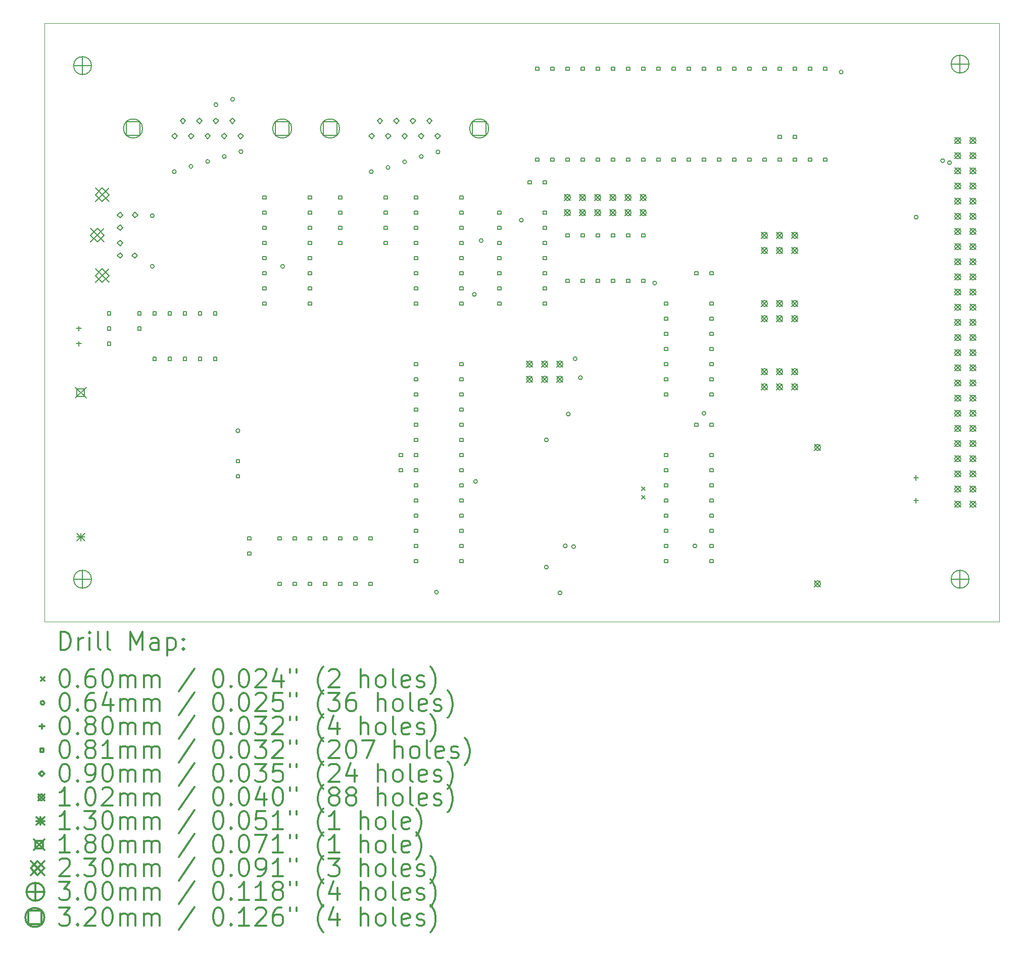
<source format=gbr>
%FSLAX45Y45*%
G04 Gerber Fmt 4.5, Leading zero omitted, Abs format (unit mm)*
G04 Created by KiCad (PCBNEW (2014-12-04 BZR 5312)-product) date Wed 04 Feb 2015 12:38:26 PM CET*
%MOMM*%
G01*
G04 APERTURE LIST*
%ADD10C,0.127000*%
%ADD11C,0.100000*%
%ADD12C,0.200000*%
%ADD13C,0.300000*%
G04 APERTURE END LIST*
D10*
D11*
X6223000Y-14605000D02*
X6223000Y-4572000D01*
X22225000Y-14605000D02*
X6223000Y-14605000D01*
X22225000Y-4572000D02*
X22225000Y-14605000D01*
X6223000Y-4572000D02*
X22225000Y-4572000D01*
D12*
X16226028Y-12341098D02*
X16285972Y-12401042D01*
X16285972Y-12341098D02*
X16226028Y-12401042D01*
X16226028Y-12490958D02*
X16285972Y-12550902D01*
X16285972Y-12490958D02*
X16226028Y-12550902D01*
X8058150Y-7797800D02*
G75*
G03X8058150Y-7797800I-31750J0D01*
G01*
X8058150Y-8648700D02*
G75*
G03X8058150Y-8648700I-31750J0D01*
G01*
X8426450Y-7061200D02*
G75*
G03X8426450Y-7061200I-31750J0D01*
G01*
X8705850Y-6972300D02*
G75*
G03X8705850Y-6972300I-31750J0D01*
G01*
X8985250Y-6889748D02*
G75*
G03X8985250Y-6889748I-31750J0D01*
G01*
X9124950Y-5937248D02*
G75*
G03X9124950Y-5937248I-31750J0D01*
G01*
X9264650Y-6807196D02*
G75*
G03X9264650Y-6807196I-31750J0D01*
G01*
X9404350Y-5848348D02*
G75*
G03X9404350Y-5848348I-31750J0D01*
G01*
X9493250Y-11404600D02*
G75*
G03X9493250Y-11404600I-31750J0D01*
G01*
X9544050Y-6724648D02*
G75*
G03X9544050Y-6724648I-31750J0D01*
G01*
X10242550Y-8648700D02*
G75*
G03X10242550Y-8648700I-31750J0D01*
G01*
X11728450Y-7061200D02*
G75*
G03X11728450Y-7061200I-31750J0D01*
G01*
X12007850Y-6991351D02*
G75*
G03X12007850Y-6991351I-31750J0D01*
G01*
X12287250Y-6896100D02*
G75*
G03X12287250Y-6896100I-31750J0D01*
G01*
X12566650Y-6807200D02*
G75*
G03X12566650Y-6807200I-31750J0D01*
G01*
X12820650Y-14109700D02*
G75*
G03X12820650Y-14109700I-31750J0D01*
G01*
X12846050Y-6731000D02*
G75*
G03X12846050Y-6731000I-31750J0D01*
G01*
X13455650Y-9118600D02*
G75*
G03X13455650Y-9118600I-31750J0D01*
G01*
X13474703Y-12254553D02*
G75*
G03X13474703Y-12254553I-31750J0D01*
G01*
X13569950Y-8216900D02*
G75*
G03X13569950Y-8216900I-31750J0D01*
G01*
X14243050Y-7874000D02*
G75*
G03X14243050Y-7874000I-31750J0D01*
G01*
X14662150Y-11557000D02*
G75*
G03X14662150Y-11557000I-31750J0D01*
G01*
X14662150Y-13690600D02*
G75*
G03X14662150Y-13690600I-31750J0D01*
G01*
X14890750Y-14122400D02*
G75*
G03X14890750Y-14122400I-31750J0D01*
G01*
X14979650Y-13335000D02*
G75*
G03X14979650Y-13335000I-31750J0D01*
G01*
X15030450Y-11125200D02*
G75*
G03X15030450Y-11125200I-31750J0D01*
G01*
X15119350Y-13347700D02*
G75*
G03X15119350Y-13347700I-31750J0D01*
G01*
X15144750Y-10198100D02*
G75*
G03X15144750Y-10198100I-31750J0D01*
G01*
X15233650Y-10515600D02*
G75*
G03X15233650Y-10515600I-31750J0D01*
G01*
X16478250Y-8928100D02*
G75*
G03X16478250Y-8928100I-31750J0D01*
G01*
X17151349Y-13335000D02*
G75*
G03X17151349Y-13335000I-31750J0D01*
G01*
X17303750Y-11112500D02*
G75*
G03X17303750Y-11112500I-31750J0D01*
G01*
X19602450Y-5391152D02*
G75*
G03X19602450Y-5391152I-31750J0D01*
G01*
X20859750Y-7823200D02*
G75*
G03X20859750Y-7823200I-31750J0D01*
G01*
X21304250Y-6877052D02*
G75*
G03X21304250Y-6877052I-31750J0D01*
G01*
X21419184Y-6909117D02*
G75*
G03X21419184Y-6909117I-31750J0D01*
G01*
X6794500Y-9650095D02*
X6794500Y-9730105D01*
X6754495Y-9690100D02*
X6834505Y-9690100D01*
X6794500Y-9904095D02*
X6794500Y-9984105D01*
X6754495Y-9944100D02*
X6834505Y-9944100D01*
X20828000Y-12151995D02*
X20828000Y-12232005D01*
X20787995Y-12192000D02*
X20868005Y-12192000D01*
X20828000Y-12532995D02*
X20828000Y-12613005D01*
X20787995Y-12573000D02*
X20868005Y-12573000D01*
X7331237Y-9464837D02*
X7331237Y-9407363D01*
X7273763Y-9407363D01*
X7273763Y-9464837D01*
X7331237Y-9464837D01*
X7331237Y-9718837D02*
X7331237Y-9661363D01*
X7273763Y-9661363D01*
X7273763Y-9718837D01*
X7331237Y-9718837D01*
X7331237Y-9972837D02*
X7331237Y-9915363D01*
X7273763Y-9915363D01*
X7273763Y-9972837D01*
X7331237Y-9972837D01*
X7839237Y-9464837D02*
X7839237Y-9407363D01*
X7781763Y-9407363D01*
X7781763Y-9464837D01*
X7839237Y-9464837D01*
X7839237Y-9718837D02*
X7839237Y-9661363D01*
X7781763Y-9661363D01*
X7781763Y-9718837D01*
X7839237Y-9718837D01*
X8093237Y-9464837D02*
X8093237Y-9407363D01*
X8035763Y-9407363D01*
X8035763Y-9464837D01*
X8093237Y-9464837D01*
X8093237Y-10226837D02*
X8093237Y-10169363D01*
X8035763Y-10169363D01*
X8035763Y-10226837D01*
X8093237Y-10226837D01*
X8347237Y-9464837D02*
X8347237Y-9407363D01*
X8289763Y-9407363D01*
X8289763Y-9464837D01*
X8347237Y-9464837D01*
X8347237Y-10226837D02*
X8347237Y-10169363D01*
X8289763Y-10169363D01*
X8289763Y-10226837D01*
X8347237Y-10226837D01*
X8601237Y-9464837D02*
X8601237Y-9407363D01*
X8543763Y-9407363D01*
X8543763Y-9464837D01*
X8601237Y-9464837D01*
X8601237Y-10226837D02*
X8601237Y-10169363D01*
X8543763Y-10169363D01*
X8543763Y-10226837D01*
X8601237Y-10226837D01*
X8855237Y-9464837D02*
X8855237Y-9407363D01*
X8797763Y-9407363D01*
X8797763Y-9464837D01*
X8855237Y-9464837D01*
X8855237Y-10226837D02*
X8855237Y-10169363D01*
X8797763Y-10169363D01*
X8797763Y-10226837D01*
X8855237Y-10226837D01*
X9109237Y-9464837D02*
X9109237Y-9407363D01*
X9051763Y-9407363D01*
X9051763Y-9464837D01*
X9109237Y-9464837D01*
X9109237Y-10226837D02*
X9109237Y-10169363D01*
X9051763Y-10169363D01*
X9051763Y-10226837D01*
X9109237Y-10226837D01*
X9490237Y-11941337D02*
X9490237Y-11883863D01*
X9432763Y-11883863D01*
X9432763Y-11941337D01*
X9490237Y-11941337D01*
X9490237Y-12195337D02*
X9490237Y-12137863D01*
X9432763Y-12137863D01*
X9432763Y-12195337D01*
X9490237Y-12195337D01*
X9680737Y-13236737D02*
X9680737Y-13179263D01*
X9623263Y-13179263D01*
X9623263Y-13236737D01*
X9680737Y-13236737D01*
X9680737Y-13490737D02*
X9680737Y-13433263D01*
X9623263Y-13433263D01*
X9623263Y-13490737D01*
X9680737Y-13490737D01*
X9934737Y-7521737D02*
X9934737Y-7464263D01*
X9877263Y-7464263D01*
X9877263Y-7521737D01*
X9934737Y-7521737D01*
X9934737Y-7775737D02*
X9934737Y-7718263D01*
X9877263Y-7718263D01*
X9877263Y-7775737D01*
X9934737Y-7775737D01*
X9934737Y-8029737D02*
X9934737Y-7972263D01*
X9877263Y-7972263D01*
X9877263Y-8029737D01*
X9934737Y-8029737D01*
X9934737Y-8283737D02*
X9934737Y-8226263D01*
X9877263Y-8226263D01*
X9877263Y-8283737D01*
X9934737Y-8283737D01*
X9934737Y-8537737D02*
X9934737Y-8480263D01*
X9877263Y-8480263D01*
X9877263Y-8537737D01*
X9934737Y-8537737D01*
X9934737Y-8791737D02*
X9934737Y-8734263D01*
X9877263Y-8734263D01*
X9877263Y-8791737D01*
X9934737Y-8791737D01*
X9934737Y-9045737D02*
X9934737Y-8988263D01*
X9877263Y-8988263D01*
X9877263Y-9045737D01*
X9934737Y-9045737D01*
X9934737Y-9299737D02*
X9934737Y-9242263D01*
X9877263Y-9242263D01*
X9877263Y-9299737D01*
X9934737Y-9299737D01*
X10188737Y-13236737D02*
X10188737Y-13179263D01*
X10131263Y-13179263D01*
X10131263Y-13236737D01*
X10188737Y-13236737D01*
X10188737Y-13998737D02*
X10188737Y-13941263D01*
X10131263Y-13941263D01*
X10131263Y-13998737D01*
X10188737Y-13998737D01*
X10442737Y-13236737D02*
X10442737Y-13179263D01*
X10385263Y-13179263D01*
X10385263Y-13236737D01*
X10442737Y-13236737D01*
X10442737Y-13998737D02*
X10442737Y-13941263D01*
X10385263Y-13941263D01*
X10385263Y-13998737D01*
X10442737Y-13998737D01*
X10696737Y-7521737D02*
X10696737Y-7464263D01*
X10639263Y-7464263D01*
X10639263Y-7521737D01*
X10696737Y-7521737D01*
X10696737Y-7775737D02*
X10696737Y-7718263D01*
X10639263Y-7718263D01*
X10639263Y-7775737D01*
X10696737Y-7775737D01*
X10696737Y-8029737D02*
X10696737Y-7972263D01*
X10639263Y-7972263D01*
X10639263Y-8029737D01*
X10696737Y-8029737D01*
X10696737Y-8283737D02*
X10696737Y-8226263D01*
X10639263Y-8226263D01*
X10639263Y-8283737D01*
X10696737Y-8283737D01*
X10696737Y-8537737D02*
X10696737Y-8480263D01*
X10639263Y-8480263D01*
X10639263Y-8537737D01*
X10696737Y-8537737D01*
X10696737Y-8791737D02*
X10696737Y-8734263D01*
X10639263Y-8734263D01*
X10639263Y-8791737D01*
X10696737Y-8791737D01*
X10696737Y-9045737D02*
X10696737Y-8988263D01*
X10639263Y-8988263D01*
X10639263Y-9045737D01*
X10696737Y-9045737D01*
X10696737Y-9299737D02*
X10696737Y-9242263D01*
X10639263Y-9242263D01*
X10639263Y-9299737D01*
X10696737Y-9299737D01*
X10696737Y-13236737D02*
X10696737Y-13179263D01*
X10639263Y-13179263D01*
X10639263Y-13236737D01*
X10696737Y-13236737D01*
X10696737Y-13998737D02*
X10696737Y-13941263D01*
X10639263Y-13941263D01*
X10639263Y-13998737D01*
X10696737Y-13998737D01*
X10950737Y-13236737D02*
X10950737Y-13179263D01*
X10893263Y-13179263D01*
X10893263Y-13236737D01*
X10950737Y-13236737D01*
X10950737Y-13998737D02*
X10950737Y-13941263D01*
X10893263Y-13941263D01*
X10893263Y-13998737D01*
X10950737Y-13998737D01*
X11204737Y-7521737D02*
X11204737Y-7464263D01*
X11147263Y-7464263D01*
X11147263Y-7521737D01*
X11204737Y-7521737D01*
X11204737Y-7775737D02*
X11204737Y-7718263D01*
X11147263Y-7718263D01*
X11147263Y-7775737D01*
X11204737Y-7775737D01*
X11204737Y-8029737D02*
X11204737Y-7972263D01*
X11147263Y-7972263D01*
X11147263Y-8029737D01*
X11204737Y-8029737D01*
X11204737Y-8283737D02*
X11204737Y-8226263D01*
X11147263Y-8226263D01*
X11147263Y-8283737D01*
X11204737Y-8283737D01*
X11204737Y-13236737D02*
X11204737Y-13179263D01*
X11147263Y-13179263D01*
X11147263Y-13236737D01*
X11204737Y-13236737D01*
X11204737Y-13998737D02*
X11204737Y-13941263D01*
X11147263Y-13941263D01*
X11147263Y-13998737D01*
X11204737Y-13998737D01*
X11458737Y-13236737D02*
X11458737Y-13179263D01*
X11401263Y-13179263D01*
X11401263Y-13236737D01*
X11458737Y-13236737D01*
X11458737Y-13998737D02*
X11458737Y-13941263D01*
X11401263Y-13941263D01*
X11401263Y-13998737D01*
X11458737Y-13998737D01*
X11712737Y-13236737D02*
X11712737Y-13179263D01*
X11655263Y-13179263D01*
X11655263Y-13236737D01*
X11712737Y-13236737D01*
X11712737Y-13998737D02*
X11712737Y-13941263D01*
X11655263Y-13941263D01*
X11655263Y-13998737D01*
X11712737Y-13998737D01*
X11966737Y-7521737D02*
X11966737Y-7464263D01*
X11909263Y-7464263D01*
X11909263Y-7521737D01*
X11966737Y-7521737D01*
X11966737Y-7775737D02*
X11966737Y-7718263D01*
X11909263Y-7718263D01*
X11909263Y-7775737D01*
X11966737Y-7775737D01*
X11966737Y-8029737D02*
X11966737Y-7972263D01*
X11909263Y-7972263D01*
X11909263Y-8029737D01*
X11966737Y-8029737D01*
X11966737Y-8283737D02*
X11966737Y-8226263D01*
X11909263Y-8226263D01*
X11909263Y-8283737D01*
X11966737Y-8283737D01*
X12220737Y-11839737D02*
X12220737Y-11782263D01*
X12163263Y-11782263D01*
X12163263Y-11839737D01*
X12220737Y-11839737D01*
X12220737Y-12093737D02*
X12220737Y-12036263D01*
X12163263Y-12036263D01*
X12163263Y-12093737D01*
X12220737Y-12093737D01*
X12474737Y-7521737D02*
X12474737Y-7464263D01*
X12417263Y-7464263D01*
X12417263Y-7521737D01*
X12474737Y-7521737D01*
X12474737Y-7775737D02*
X12474737Y-7718263D01*
X12417263Y-7718263D01*
X12417263Y-7775737D01*
X12474737Y-7775737D01*
X12474737Y-8029737D02*
X12474737Y-7972263D01*
X12417263Y-7972263D01*
X12417263Y-8029737D01*
X12474737Y-8029737D01*
X12474737Y-8283737D02*
X12474737Y-8226263D01*
X12417263Y-8226263D01*
X12417263Y-8283737D01*
X12474737Y-8283737D01*
X12474737Y-8537737D02*
X12474737Y-8480263D01*
X12417263Y-8480263D01*
X12417263Y-8537737D01*
X12474737Y-8537737D01*
X12474737Y-8791737D02*
X12474737Y-8734263D01*
X12417263Y-8734263D01*
X12417263Y-8791737D01*
X12474737Y-8791737D01*
X12474737Y-9045737D02*
X12474737Y-8988263D01*
X12417263Y-8988263D01*
X12417263Y-9045737D01*
X12474737Y-9045737D01*
X12474737Y-9299737D02*
X12474737Y-9242263D01*
X12417263Y-9242263D01*
X12417263Y-9299737D01*
X12474737Y-9299737D01*
X12474737Y-10315737D02*
X12474737Y-10258263D01*
X12417263Y-10258263D01*
X12417263Y-10315737D01*
X12474737Y-10315737D01*
X12474737Y-10569737D02*
X12474737Y-10512263D01*
X12417263Y-10512263D01*
X12417263Y-10569737D01*
X12474737Y-10569737D01*
X12474737Y-10823737D02*
X12474737Y-10766263D01*
X12417263Y-10766263D01*
X12417263Y-10823737D01*
X12474737Y-10823737D01*
X12474737Y-11077737D02*
X12474737Y-11020263D01*
X12417263Y-11020263D01*
X12417263Y-11077737D01*
X12474737Y-11077737D01*
X12474737Y-11331737D02*
X12474737Y-11274263D01*
X12417263Y-11274263D01*
X12417263Y-11331737D01*
X12474737Y-11331737D01*
X12474737Y-11585737D02*
X12474737Y-11528263D01*
X12417263Y-11528263D01*
X12417263Y-11585737D01*
X12474737Y-11585737D01*
X12474737Y-11839737D02*
X12474737Y-11782263D01*
X12417263Y-11782263D01*
X12417263Y-11839737D01*
X12474737Y-11839737D01*
X12474737Y-12093737D02*
X12474737Y-12036263D01*
X12417263Y-12036263D01*
X12417263Y-12093737D01*
X12474737Y-12093737D01*
X12474737Y-12347737D02*
X12474737Y-12290263D01*
X12417263Y-12290263D01*
X12417263Y-12347737D01*
X12474737Y-12347737D01*
X12474737Y-12601737D02*
X12474737Y-12544263D01*
X12417263Y-12544263D01*
X12417263Y-12601737D01*
X12474737Y-12601737D01*
X12474737Y-12855737D02*
X12474737Y-12798263D01*
X12417263Y-12798263D01*
X12417263Y-12855737D01*
X12474737Y-12855737D01*
X12474737Y-13109737D02*
X12474737Y-13052263D01*
X12417263Y-13052263D01*
X12417263Y-13109737D01*
X12474737Y-13109737D01*
X12474737Y-13363737D02*
X12474737Y-13306263D01*
X12417263Y-13306263D01*
X12417263Y-13363737D01*
X12474737Y-13363737D01*
X12474737Y-13617737D02*
X12474737Y-13560263D01*
X12417263Y-13560263D01*
X12417263Y-13617737D01*
X12474737Y-13617737D01*
X13236737Y-7521737D02*
X13236737Y-7464263D01*
X13179263Y-7464263D01*
X13179263Y-7521737D01*
X13236737Y-7521737D01*
X13236737Y-7775737D02*
X13236737Y-7718263D01*
X13179263Y-7718263D01*
X13179263Y-7775737D01*
X13236737Y-7775737D01*
X13236737Y-8029737D02*
X13236737Y-7972263D01*
X13179263Y-7972263D01*
X13179263Y-8029737D01*
X13236737Y-8029737D01*
X13236737Y-8283737D02*
X13236737Y-8226263D01*
X13179263Y-8226263D01*
X13179263Y-8283737D01*
X13236737Y-8283737D01*
X13236737Y-8537737D02*
X13236737Y-8480263D01*
X13179263Y-8480263D01*
X13179263Y-8537737D01*
X13236737Y-8537737D01*
X13236737Y-8791737D02*
X13236737Y-8734263D01*
X13179263Y-8734263D01*
X13179263Y-8791737D01*
X13236737Y-8791737D01*
X13236737Y-9045737D02*
X13236737Y-8988263D01*
X13179263Y-8988263D01*
X13179263Y-9045737D01*
X13236737Y-9045737D01*
X13236737Y-9299737D02*
X13236737Y-9242263D01*
X13179263Y-9242263D01*
X13179263Y-9299737D01*
X13236737Y-9299737D01*
X13236737Y-10315737D02*
X13236737Y-10258263D01*
X13179263Y-10258263D01*
X13179263Y-10315737D01*
X13236737Y-10315737D01*
X13236737Y-10569737D02*
X13236737Y-10512263D01*
X13179263Y-10512263D01*
X13179263Y-10569737D01*
X13236737Y-10569737D01*
X13236737Y-10823737D02*
X13236737Y-10766263D01*
X13179263Y-10766263D01*
X13179263Y-10823737D01*
X13236737Y-10823737D01*
X13236737Y-11077737D02*
X13236737Y-11020263D01*
X13179263Y-11020263D01*
X13179263Y-11077737D01*
X13236737Y-11077737D01*
X13236737Y-11331737D02*
X13236737Y-11274263D01*
X13179263Y-11274263D01*
X13179263Y-11331737D01*
X13236737Y-11331737D01*
X13236737Y-11585737D02*
X13236737Y-11528263D01*
X13179263Y-11528263D01*
X13179263Y-11585737D01*
X13236737Y-11585737D01*
X13236737Y-11839737D02*
X13236737Y-11782263D01*
X13179263Y-11782263D01*
X13179263Y-11839737D01*
X13236737Y-11839737D01*
X13236737Y-12093737D02*
X13236737Y-12036263D01*
X13179263Y-12036263D01*
X13179263Y-12093737D01*
X13236737Y-12093737D01*
X13236737Y-12347737D02*
X13236737Y-12290263D01*
X13179263Y-12290263D01*
X13179263Y-12347737D01*
X13236737Y-12347737D01*
X13236737Y-12601737D02*
X13236737Y-12544263D01*
X13179263Y-12544263D01*
X13179263Y-12601737D01*
X13236737Y-12601737D01*
X13236737Y-12855737D02*
X13236737Y-12798263D01*
X13179263Y-12798263D01*
X13179263Y-12855737D01*
X13236737Y-12855737D01*
X13236737Y-13109737D02*
X13236737Y-13052263D01*
X13179263Y-13052263D01*
X13179263Y-13109737D01*
X13236737Y-13109737D01*
X13236737Y-13363737D02*
X13236737Y-13306263D01*
X13179263Y-13306263D01*
X13179263Y-13363737D01*
X13236737Y-13363737D01*
X13236737Y-13617737D02*
X13236737Y-13560263D01*
X13179263Y-13560263D01*
X13179263Y-13617737D01*
X13236737Y-13617737D01*
X13871737Y-7775737D02*
X13871737Y-7718263D01*
X13814263Y-7718263D01*
X13814263Y-7775737D01*
X13871737Y-7775737D01*
X13871737Y-8029737D02*
X13871737Y-7972263D01*
X13814263Y-7972263D01*
X13814263Y-8029737D01*
X13871737Y-8029737D01*
X13871737Y-8283737D02*
X13871737Y-8226263D01*
X13814263Y-8226263D01*
X13814263Y-8283737D01*
X13871737Y-8283737D01*
X13871737Y-8537737D02*
X13871737Y-8480263D01*
X13814263Y-8480263D01*
X13814263Y-8537737D01*
X13871737Y-8537737D01*
X13871737Y-8791737D02*
X13871737Y-8734263D01*
X13814263Y-8734263D01*
X13814263Y-8791737D01*
X13871737Y-8791737D01*
X13871737Y-9045737D02*
X13871737Y-8988263D01*
X13814263Y-8988263D01*
X13814263Y-9045737D01*
X13871737Y-9045737D01*
X13871737Y-9299737D02*
X13871737Y-9242263D01*
X13814263Y-9242263D01*
X13814263Y-9299737D01*
X13871737Y-9299737D01*
X14379737Y-7267737D02*
X14379737Y-7210263D01*
X14322263Y-7210263D01*
X14322263Y-7267737D01*
X14379737Y-7267737D01*
X14506737Y-5362737D02*
X14506737Y-5305263D01*
X14449263Y-5305263D01*
X14449263Y-5362737D01*
X14506737Y-5362737D01*
X14506737Y-6886737D02*
X14506737Y-6829263D01*
X14449263Y-6829263D01*
X14449263Y-6886737D01*
X14506737Y-6886737D01*
X14633737Y-7267737D02*
X14633737Y-7210263D01*
X14576263Y-7210263D01*
X14576263Y-7267737D01*
X14633737Y-7267737D01*
X14633737Y-7775737D02*
X14633737Y-7718263D01*
X14576263Y-7718263D01*
X14576263Y-7775737D01*
X14633737Y-7775737D01*
X14633737Y-8029737D02*
X14633737Y-7972263D01*
X14576263Y-7972263D01*
X14576263Y-8029737D01*
X14633737Y-8029737D01*
X14633737Y-8283737D02*
X14633737Y-8226263D01*
X14576263Y-8226263D01*
X14576263Y-8283737D01*
X14633737Y-8283737D01*
X14633737Y-8537737D02*
X14633737Y-8480263D01*
X14576263Y-8480263D01*
X14576263Y-8537737D01*
X14633737Y-8537737D01*
X14633737Y-8791737D02*
X14633737Y-8734263D01*
X14576263Y-8734263D01*
X14576263Y-8791737D01*
X14633737Y-8791737D01*
X14633737Y-9045737D02*
X14633737Y-8988263D01*
X14576263Y-8988263D01*
X14576263Y-9045737D01*
X14633737Y-9045737D01*
X14633737Y-9299737D02*
X14633737Y-9242263D01*
X14576263Y-9242263D01*
X14576263Y-9299737D01*
X14633737Y-9299737D01*
X14760737Y-5362737D02*
X14760737Y-5305263D01*
X14703263Y-5305263D01*
X14703263Y-5362737D01*
X14760737Y-5362737D01*
X14760737Y-6886737D02*
X14760737Y-6829263D01*
X14703263Y-6829263D01*
X14703263Y-6886737D01*
X14760737Y-6886737D01*
X15014737Y-5362737D02*
X15014737Y-5305263D01*
X14957263Y-5305263D01*
X14957263Y-5362737D01*
X15014737Y-5362737D01*
X15014737Y-6886737D02*
X15014737Y-6829263D01*
X14957263Y-6829263D01*
X14957263Y-6886737D01*
X15014737Y-6886737D01*
X15014737Y-8156737D02*
X15014737Y-8099263D01*
X14957263Y-8099263D01*
X14957263Y-8156737D01*
X15014737Y-8156737D01*
X15014737Y-8918737D02*
X15014737Y-8861263D01*
X14957263Y-8861263D01*
X14957263Y-8918737D01*
X15014737Y-8918737D01*
X15268737Y-5362737D02*
X15268737Y-5305263D01*
X15211263Y-5305263D01*
X15211263Y-5362737D01*
X15268737Y-5362737D01*
X15268737Y-6886737D02*
X15268737Y-6829263D01*
X15211263Y-6829263D01*
X15211263Y-6886737D01*
X15268737Y-6886737D01*
X15268737Y-8156737D02*
X15268737Y-8099263D01*
X15211263Y-8099263D01*
X15211263Y-8156737D01*
X15268737Y-8156737D01*
X15268737Y-8918737D02*
X15268737Y-8861263D01*
X15211263Y-8861263D01*
X15211263Y-8918737D01*
X15268737Y-8918737D01*
X15522737Y-5362737D02*
X15522737Y-5305263D01*
X15465263Y-5305263D01*
X15465263Y-5362737D01*
X15522737Y-5362737D01*
X15522737Y-6886737D02*
X15522737Y-6829263D01*
X15465263Y-6829263D01*
X15465263Y-6886737D01*
X15522737Y-6886737D01*
X15522737Y-8156737D02*
X15522737Y-8099263D01*
X15465263Y-8099263D01*
X15465263Y-8156737D01*
X15522737Y-8156737D01*
X15522737Y-8918737D02*
X15522737Y-8861263D01*
X15465263Y-8861263D01*
X15465263Y-8918737D01*
X15522737Y-8918737D01*
X15776737Y-5362737D02*
X15776737Y-5305263D01*
X15719263Y-5305263D01*
X15719263Y-5362737D01*
X15776737Y-5362737D01*
X15776737Y-6886737D02*
X15776737Y-6829263D01*
X15719263Y-6829263D01*
X15719263Y-6886737D01*
X15776737Y-6886737D01*
X15776737Y-8156737D02*
X15776737Y-8099263D01*
X15719263Y-8099263D01*
X15719263Y-8156737D01*
X15776737Y-8156737D01*
X15776737Y-8918737D02*
X15776737Y-8861263D01*
X15719263Y-8861263D01*
X15719263Y-8918737D01*
X15776737Y-8918737D01*
X16030737Y-5362737D02*
X16030737Y-5305263D01*
X15973263Y-5305263D01*
X15973263Y-5362737D01*
X16030737Y-5362737D01*
X16030737Y-6886737D02*
X16030737Y-6829263D01*
X15973263Y-6829263D01*
X15973263Y-6886737D01*
X16030737Y-6886737D01*
X16030737Y-8156737D02*
X16030737Y-8099263D01*
X15973263Y-8099263D01*
X15973263Y-8156737D01*
X16030737Y-8156737D01*
X16030737Y-8918737D02*
X16030737Y-8861263D01*
X15973263Y-8861263D01*
X15973263Y-8918737D01*
X16030737Y-8918737D01*
X16284737Y-5362737D02*
X16284737Y-5305263D01*
X16227263Y-5305263D01*
X16227263Y-5362737D01*
X16284737Y-5362737D01*
X16284737Y-6886737D02*
X16284737Y-6829263D01*
X16227263Y-6829263D01*
X16227263Y-6886737D01*
X16284737Y-6886737D01*
X16284737Y-8156737D02*
X16284737Y-8099263D01*
X16227263Y-8099263D01*
X16227263Y-8156737D01*
X16284737Y-8156737D01*
X16284737Y-8918737D02*
X16284737Y-8861263D01*
X16227263Y-8861263D01*
X16227263Y-8918737D01*
X16284737Y-8918737D01*
X16538737Y-5362737D02*
X16538737Y-5305263D01*
X16481263Y-5305263D01*
X16481263Y-5362737D01*
X16538737Y-5362737D01*
X16538737Y-6886737D02*
X16538737Y-6829263D01*
X16481263Y-6829263D01*
X16481263Y-6886737D01*
X16538737Y-6886737D01*
X16665737Y-9299737D02*
X16665737Y-9242263D01*
X16608263Y-9242263D01*
X16608263Y-9299737D01*
X16665737Y-9299737D01*
X16665737Y-9553737D02*
X16665737Y-9496263D01*
X16608263Y-9496263D01*
X16608263Y-9553737D01*
X16665737Y-9553737D01*
X16665737Y-9807737D02*
X16665737Y-9750263D01*
X16608263Y-9750263D01*
X16608263Y-9807737D01*
X16665737Y-9807737D01*
X16665737Y-10061737D02*
X16665737Y-10004263D01*
X16608263Y-10004263D01*
X16608263Y-10061737D01*
X16665737Y-10061737D01*
X16665737Y-10315737D02*
X16665737Y-10258263D01*
X16608263Y-10258263D01*
X16608263Y-10315737D01*
X16665737Y-10315737D01*
X16665737Y-10569737D02*
X16665737Y-10512263D01*
X16608263Y-10512263D01*
X16608263Y-10569737D01*
X16665737Y-10569737D01*
X16665737Y-10823737D02*
X16665737Y-10766263D01*
X16608263Y-10766263D01*
X16608263Y-10823737D01*
X16665737Y-10823737D01*
X16665737Y-11839737D02*
X16665737Y-11782263D01*
X16608263Y-11782263D01*
X16608263Y-11839737D01*
X16665737Y-11839737D01*
X16665737Y-12093737D02*
X16665737Y-12036263D01*
X16608263Y-12036263D01*
X16608263Y-12093737D01*
X16665737Y-12093737D01*
X16665737Y-12347737D02*
X16665737Y-12290263D01*
X16608263Y-12290263D01*
X16608263Y-12347737D01*
X16665737Y-12347737D01*
X16665737Y-12601737D02*
X16665737Y-12544263D01*
X16608263Y-12544263D01*
X16608263Y-12601737D01*
X16665737Y-12601737D01*
X16665737Y-12855737D02*
X16665737Y-12798263D01*
X16608263Y-12798263D01*
X16608263Y-12855737D01*
X16665737Y-12855737D01*
X16665737Y-13109737D02*
X16665737Y-13052263D01*
X16608263Y-13052263D01*
X16608263Y-13109737D01*
X16665737Y-13109737D01*
X16665737Y-13363737D02*
X16665737Y-13306263D01*
X16608263Y-13306263D01*
X16608263Y-13363737D01*
X16665737Y-13363737D01*
X16665737Y-13617737D02*
X16665737Y-13560263D01*
X16608263Y-13560263D01*
X16608263Y-13617737D01*
X16665737Y-13617737D01*
X16792737Y-5362737D02*
X16792737Y-5305263D01*
X16735263Y-5305263D01*
X16735263Y-5362737D01*
X16792737Y-5362737D01*
X16792737Y-6886737D02*
X16792737Y-6829263D01*
X16735263Y-6829263D01*
X16735263Y-6886737D01*
X16792737Y-6886737D01*
X17046737Y-5362737D02*
X17046737Y-5305263D01*
X16989263Y-5305263D01*
X16989263Y-5362737D01*
X17046737Y-5362737D01*
X17046737Y-6886737D02*
X17046737Y-6829263D01*
X16989263Y-6829263D01*
X16989263Y-6886737D01*
X17046737Y-6886737D01*
X17173737Y-8791737D02*
X17173737Y-8734263D01*
X17116263Y-8734263D01*
X17116263Y-8791737D01*
X17173737Y-8791737D01*
X17173737Y-11331737D02*
X17173737Y-11274263D01*
X17116263Y-11274263D01*
X17116263Y-11331737D01*
X17173737Y-11331737D01*
X17300737Y-5362737D02*
X17300737Y-5305263D01*
X17243263Y-5305263D01*
X17243263Y-5362737D01*
X17300737Y-5362737D01*
X17300737Y-6886737D02*
X17300737Y-6829263D01*
X17243263Y-6829263D01*
X17243263Y-6886737D01*
X17300737Y-6886737D01*
X17427737Y-8791737D02*
X17427737Y-8734263D01*
X17370263Y-8734263D01*
X17370263Y-8791737D01*
X17427737Y-8791737D01*
X17427737Y-9299737D02*
X17427737Y-9242263D01*
X17370263Y-9242263D01*
X17370263Y-9299737D01*
X17427737Y-9299737D01*
X17427737Y-9553737D02*
X17427737Y-9496263D01*
X17370263Y-9496263D01*
X17370263Y-9553737D01*
X17427737Y-9553737D01*
X17427737Y-9807737D02*
X17427737Y-9750263D01*
X17370263Y-9750263D01*
X17370263Y-9807737D01*
X17427737Y-9807737D01*
X17427737Y-10061737D02*
X17427737Y-10004263D01*
X17370263Y-10004263D01*
X17370263Y-10061737D01*
X17427737Y-10061737D01*
X17427737Y-10315737D02*
X17427737Y-10258263D01*
X17370263Y-10258263D01*
X17370263Y-10315737D01*
X17427737Y-10315737D01*
X17427737Y-10569737D02*
X17427737Y-10512263D01*
X17370263Y-10512263D01*
X17370263Y-10569737D01*
X17427737Y-10569737D01*
X17427737Y-10823737D02*
X17427737Y-10766263D01*
X17370263Y-10766263D01*
X17370263Y-10823737D01*
X17427737Y-10823737D01*
X17427737Y-11331737D02*
X17427737Y-11274263D01*
X17370263Y-11274263D01*
X17370263Y-11331737D01*
X17427737Y-11331737D01*
X17427737Y-11839737D02*
X17427737Y-11782263D01*
X17370263Y-11782263D01*
X17370263Y-11839737D01*
X17427737Y-11839737D01*
X17427737Y-12093737D02*
X17427737Y-12036263D01*
X17370263Y-12036263D01*
X17370263Y-12093737D01*
X17427737Y-12093737D01*
X17427737Y-12347737D02*
X17427737Y-12290263D01*
X17370263Y-12290263D01*
X17370263Y-12347737D01*
X17427737Y-12347737D01*
X17427737Y-12601737D02*
X17427737Y-12544263D01*
X17370263Y-12544263D01*
X17370263Y-12601737D01*
X17427737Y-12601737D01*
X17427737Y-12855737D02*
X17427737Y-12798263D01*
X17370263Y-12798263D01*
X17370263Y-12855737D01*
X17427737Y-12855737D01*
X17427737Y-13109737D02*
X17427737Y-13052263D01*
X17370263Y-13052263D01*
X17370263Y-13109737D01*
X17427737Y-13109737D01*
X17427737Y-13363737D02*
X17427737Y-13306263D01*
X17370263Y-13306263D01*
X17370263Y-13363737D01*
X17427737Y-13363737D01*
X17427737Y-13617737D02*
X17427737Y-13560263D01*
X17370263Y-13560263D01*
X17370263Y-13617737D01*
X17427737Y-13617737D01*
X17554737Y-5362737D02*
X17554737Y-5305263D01*
X17497263Y-5305263D01*
X17497263Y-5362737D01*
X17554737Y-5362737D01*
X17554737Y-6886737D02*
X17554737Y-6829263D01*
X17497263Y-6829263D01*
X17497263Y-6886737D01*
X17554737Y-6886737D01*
X17808737Y-5362737D02*
X17808737Y-5305263D01*
X17751263Y-5305263D01*
X17751263Y-5362737D01*
X17808737Y-5362737D01*
X17808737Y-6886737D02*
X17808737Y-6829263D01*
X17751263Y-6829263D01*
X17751263Y-6886737D01*
X17808737Y-6886737D01*
X18062737Y-5362737D02*
X18062737Y-5305263D01*
X18005263Y-5305263D01*
X18005263Y-5362737D01*
X18062737Y-5362737D01*
X18062737Y-6886737D02*
X18062737Y-6829263D01*
X18005263Y-6829263D01*
X18005263Y-6886737D01*
X18062737Y-6886737D01*
X18316737Y-5362737D02*
X18316737Y-5305263D01*
X18259263Y-5305263D01*
X18259263Y-5362737D01*
X18316737Y-5362737D01*
X18316737Y-6886737D02*
X18316737Y-6829263D01*
X18259263Y-6829263D01*
X18259263Y-6886737D01*
X18316737Y-6886737D01*
X18570737Y-5362737D02*
X18570737Y-5305263D01*
X18513263Y-5305263D01*
X18513263Y-5362737D01*
X18570737Y-5362737D01*
X18570737Y-6505737D02*
X18570737Y-6448263D01*
X18513263Y-6448263D01*
X18513263Y-6505737D01*
X18570737Y-6505737D01*
X18570737Y-6886737D02*
X18570737Y-6829263D01*
X18513263Y-6829263D01*
X18513263Y-6886737D01*
X18570737Y-6886737D01*
X18824737Y-5362737D02*
X18824737Y-5305263D01*
X18767263Y-5305263D01*
X18767263Y-5362737D01*
X18824737Y-5362737D01*
X18824737Y-6505737D02*
X18824737Y-6448263D01*
X18767263Y-6448263D01*
X18767263Y-6505737D01*
X18824737Y-6505737D01*
X18824737Y-6886737D02*
X18824737Y-6829263D01*
X18767263Y-6829263D01*
X18767263Y-6886737D01*
X18824737Y-6886737D01*
X19078737Y-5362737D02*
X19078737Y-5305263D01*
X19021263Y-5305263D01*
X19021263Y-5362737D01*
X19078737Y-5362737D01*
X19078737Y-6886737D02*
X19078737Y-6829263D01*
X19021263Y-6829263D01*
X19021263Y-6886737D01*
X19078737Y-6886737D01*
X19332737Y-5362737D02*
X19332737Y-5305263D01*
X19275263Y-5305263D01*
X19275263Y-5362737D01*
X19332737Y-5362737D01*
X19332737Y-6886737D02*
X19332737Y-6829263D01*
X19275263Y-6829263D01*
X19275263Y-6886737D01*
X19332737Y-6886737D01*
X7486904Y-7833106D02*
X7531862Y-7788148D01*
X7486904Y-7743190D01*
X7441946Y-7788148D01*
X7486904Y-7833106D01*
X7486904Y-8043164D02*
X7531862Y-7998206D01*
X7486904Y-7953248D01*
X7441946Y-7998206D01*
X7486904Y-8043164D01*
X7486904Y-8302752D02*
X7531862Y-8257794D01*
X7486904Y-8212836D01*
X7441946Y-8257794D01*
X7486904Y-8302752D01*
X7486904Y-8512810D02*
X7531862Y-8467852D01*
X7486904Y-8422894D01*
X7441946Y-8467852D01*
X7486904Y-8512810D01*
X7731760Y-8512810D02*
X7776718Y-8467852D01*
X7731760Y-8422894D01*
X7686802Y-8467852D01*
X7731760Y-8512810D01*
X7736840Y-7833106D02*
X7781798Y-7788148D01*
X7736840Y-7743190D01*
X7691882Y-7788148D01*
X7736840Y-7833106D01*
X8399526Y-6509258D02*
X8444484Y-6464300D01*
X8399526Y-6419342D01*
X8354568Y-6464300D01*
X8399526Y-6509258D01*
X8537956Y-6255258D02*
X8582914Y-6210300D01*
X8537956Y-6165342D01*
X8492998Y-6210300D01*
X8537956Y-6255258D01*
X8676386Y-6509258D02*
X8721344Y-6464300D01*
X8676386Y-6419342D01*
X8631428Y-6464300D01*
X8676386Y-6509258D01*
X8815070Y-6255258D02*
X8860028Y-6210300D01*
X8815070Y-6165342D01*
X8770112Y-6210300D01*
X8815070Y-6255258D01*
X8953500Y-6509258D02*
X8998458Y-6464300D01*
X8953500Y-6419342D01*
X8908542Y-6464300D01*
X8953500Y-6509258D01*
X9091930Y-6255258D02*
X9136888Y-6210300D01*
X9091930Y-6165342D01*
X9046972Y-6210300D01*
X9091930Y-6255258D01*
X9230614Y-6509258D02*
X9275572Y-6464300D01*
X9230614Y-6419342D01*
X9185656Y-6464300D01*
X9230614Y-6509258D01*
X9369044Y-6255258D02*
X9414002Y-6210300D01*
X9369044Y-6165342D01*
X9324086Y-6210300D01*
X9369044Y-6255258D01*
X9507474Y-6509258D02*
X9552432Y-6464300D01*
X9507474Y-6419342D01*
X9462516Y-6464300D01*
X9507474Y-6509258D01*
X11701526Y-6509258D02*
X11746484Y-6464300D01*
X11701526Y-6419342D01*
X11656568Y-6464300D01*
X11701526Y-6509258D01*
X11839956Y-6255258D02*
X11884914Y-6210300D01*
X11839956Y-6165342D01*
X11794998Y-6210300D01*
X11839956Y-6255258D01*
X11978386Y-6509258D02*
X12023344Y-6464300D01*
X11978386Y-6419342D01*
X11933428Y-6464300D01*
X11978386Y-6509258D01*
X12117070Y-6255258D02*
X12162028Y-6210300D01*
X12117070Y-6165342D01*
X12072112Y-6210300D01*
X12117070Y-6255258D01*
X12255500Y-6509258D02*
X12300458Y-6464300D01*
X12255500Y-6419342D01*
X12210542Y-6464300D01*
X12255500Y-6509258D01*
X12393930Y-6255258D02*
X12438888Y-6210300D01*
X12393930Y-6165342D01*
X12348972Y-6210300D01*
X12393930Y-6255258D01*
X12532614Y-6509258D02*
X12577572Y-6464300D01*
X12532614Y-6419342D01*
X12487656Y-6464300D01*
X12532614Y-6509258D01*
X12671044Y-6255258D02*
X12716002Y-6210300D01*
X12671044Y-6165342D01*
X12626086Y-6210300D01*
X12671044Y-6255258D01*
X12809474Y-6509258D02*
X12854432Y-6464300D01*
X12809474Y-6419342D01*
X12764516Y-6464300D01*
X12809474Y-6509258D01*
X14300200Y-10236200D02*
X14401800Y-10337800D01*
X14401800Y-10236200D02*
X14300200Y-10337800D01*
X14401800Y-10287000D02*
G75*
G03X14401800Y-10287000I-50800J0D01*
G01*
X14300200Y-10490200D02*
X14401800Y-10591800D01*
X14401800Y-10490200D02*
X14300200Y-10591800D01*
X14401800Y-10541000D02*
G75*
G03X14401800Y-10541000I-50800J0D01*
G01*
X14554200Y-10236200D02*
X14655800Y-10337800D01*
X14655800Y-10236200D02*
X14554200Y-10337800D01*
X14655800Y-10287000D02*
G75*
G03X14655800Y-10287000I-50800J0D01*
G01*
X14554200Y-10490200D02*
X14655800Y-10591800D01*
X14655800Y-10490200D02*
X14554200Y-10591800D01*
X14655800Y-10541000D02*
G75*
G03X14655800Y-10541000I-50800J0D01*
G01*
X14808200Y-10236200D02*
X14909800Y-10337800D01*
X14909800Y-10236200D02*
X14808200Y-10337800D01*
X14909800Y-10287000D02*
G75*
G03X14909800Y-10287000I-50800J0D01*
G01*
X14808200Y-10490200D02*
X14909800Y-10591800D01*
X14909800Y-10490200D02*
X14808200Y-10591800D01*
X14909800Y-10541000D02*
G75*
G03X14909800Y-10541000I-50800J0D01*
G01*
X14935200Y-7442200D02*
X15036800Y-7543800D01*
X15036800Y-7442200D02*
X14935200Y-7543800D01*
X15036800Y-7493000D02*
G75*
G03X15036800Y-7493000I-50800J0D01*
G01*
X14935200Y-7696200D02*
X15036800Y-7797800D01*
X15036800Y-7696200D02*
X14935200Y-7797800D01*
X15036800Y-7747000D02*
G75*
G03X15036800Y-7747000I-50800J0D01*
G01*
X15189200Y-7442200D02*
X15290800Y-7543800D01*
X15290800Y-7442200D02*
X15189200Y-7543800D01*
X15290800Y-7493000D02*
G75*
G03X15290800Y-7493000I-50800J0D01*
G01*
X15189200Y-7696200D02*
X15290800Y-7797800D01*
X15290800Y-7696200D02*
X15189200Y-7797800D01*
X15290800Y-7747000D02*
G75*
G03X15290800Y-7747000I-50800J0D01*
G01*
X15443200Y-7442200D02*
X15544800Y-7543800D01*
X15544800Y-7442200D02*
X15443200Y-7543800D01*
X15544800Y-7493000D02*
G75*
G03X15544800Y-7493000I-50800J0D01*
G01*
X15443200Y-7696200D02*
X15544800Y-7797800D01*
X15544800Y-7696200D02*
X15443200Y-7797800D01*
X15544800Y-7747000D02*
G75*
G03X15544800Y-7747000I-50800J0D01*
G01*
X15697200Y-7442200D02*
X15798800Y-7543800D01*
X15798800Y-7442200D02*
X15697200Y-7543800D01*
X15798800Y-7493000D02*
G75*
G03X15798800Y-7493000I-50800J0D01*
G01*
X15697200Y-7696200D02*
X15798800Y-7797800D01*
X15798800Y-7696200D02*
X15697200Y-7797800D01*
X15798800Y-7747000D02*
G75*
G03X15798800Y-7747000I-50800J0D01*
G01*
X15951200Y-7442200D02*
X16052800Y-7543800D01*
X16052800Y-7442200D02*
X15951200Y-7543800D01*
X16052800Y-7493000D02*
G75*
G03X16052800Y-7493000I-50800J0D01*
G01*
X15951200Y-7696200D02*
X16052800Y-7797800D01*
X16052800Y-7696200D02*
X15951200Y-7797800D01*
X16052800Y-7747000D02*
G75*
G03X16052800Y-7747000I-50800J0D01*
G01*
X16205200Y-7442200D02*
X16306800Y-7543800D01*
X16306800Y-7442200D02*
X16205200Y-7543800D01*
X16306800Y-7493000D02*
G75*
G03X16306800Y-7493000I-50800J0D01*
G01*
X16205200Y-7696200D02*
X16306800Y-7797800D01*
X16306800Y-7696200D02*
X16205200Y-7797800D01*
X16306800Y-7747000D02*
G75*
G03X16306800Y-7747000I-50800J0D01*
G01*
X18237200Y-8077200D02*
X18338800Y-8178800D01*
X18338800Y-8077200D02*
X18237200Y-8178800D01*
X18338800Y-8128000D02*
G75*
G03X18338800Y-8128000I-50800J0D01*
G01*
X18237200Y-8331200D02*
X18338800Y-8432800D01*
X18338800Y-8331200D02*
X18237200Y-8432800D01*
X18338800Y-8382000D02*
G75*
G03X18338800Y-8382000I-50800J0D01*
G01*
X18237200Y-9220200D02*
X18338800Y-9321800D01*
X18338800Y-9220200D02*
X18237200Y-9321800D01*
X18338800Y-9271000D02*
G75*
G03X18338800Y-9271000I-50800J0D01*
G01*
X18237200Y-9474200D02*
X18338800Y-9575800D01*
X18338800Y-9474200D02*
X18237200Y-9575800D01*
X18338800Y-9525000D02*
G75*
G03X18338800Y-9525000I-50800J0D01*
G01*
X18237200Y-10363200D02*
X18338800Y-10464800D01*
X18338800Y-10363200D02*
X18237200Y-10464800D01*
X18338800Y-10414000D02*
G75*
G03X18338800Y-10414000I-50800J0D01*
G01*
X18237200Y-10617200D02*
X18338800Y-10718800D01*
X18338800Y-10617200D02*
X18237200Y-10718800D01*
X18338800Y-10668000D02*
G75*
G03X18338800Y-10668000I-50800J0D01*
G01*
X18491200Y-8077200D02*
X18592800Y-8178800D01*
X18592800Y-8077200D02*
X18491200Y-8178800D01*
X18592800Y-8128000D02*
G75*
G03X18592800Y-8128000I-50800J0D01*
G01*
X18491200Y-8331200D02*
X18592800Y-8432800D01*
X18592800Y-8331200D02*
X18491200Y-8432800D01*
X18592800Y-8382000D02*
G75*
G03X18592800Y-8382000I-50800J0D01*
G01*
X18491200Y-9220200D02*
X18592800Y-9321800D01*
X18592800Y-9220200D02*
X18491200Y-9321800D01*
X18592800Y-9271000D02*
G75*
G03X18592800Y-9271000I-50800J0D01*
G01*
X18491200Y-9474200D02*
X18592800Y-9575800D01*
X18592800Y-9474200D02*
X18491200Y-9575800D01*
X18592800Y-9525000D02*
G75*
G03X18592800Y-9525000I-50800J0D01*
G01*
X18491200Y-10363200D02*
X18592800Y-10464800D01*
X18592800Y-10363200D02*
X18491200Y-10464800D01*
X18592800Y-10414000D02*
G75*
G03X18592800Y-10414000I-50800J0D01*
G01*
X18491200Y-10617200D02*
X18592800Y-10718800D01*
X18592800Y-10617200D02*
X18491200Y-10718800D01*
X18592800Y-10668000D02*
G75*
G03X18592800Y-10668000I-50800J0D01*
G01*
X18745200Y-8077200D02*
X18846800Y-8178800D01*
X18846800Y-8077200D02*
X18745200Y-8178800D01*
X18846800Y-8128000D02*
G75*
G03X18846800Y-8128000I-50800J0D01*
G01*
X18745200Y-8331200D02*
X18846800Y-8432800D01*
X18846800Y-8331200D02*
X18745200Y-8432800D01*
X18846800Y-8382000D02*
G75*
G03X18846800Y-8382000I-50800J0D01*
G01*
X18745200Y-9220200D02*
X18846800Y-9321800D01*
X18846800Y-9220200D02*
X18745200Y-9321800D01*
X18846800Y-9271000D02*
G75*
G03X18846800Y-9271000I-50800J0D01*
G01*
X18745200Y-9474200D02*
X18846800Y-9575800D01*
X18846800Y-9474200D02*
X18745200Y-9575800D01*
X18846800Y-9525000D02*
G75*
G03X18846800Y-9525000I-50800J0D01*
G01*
X18745200Y-10363200D02*
X18846800Y-10464800D01*
X18846800Y-10363200D02*
X18745200Y-10464800D01*
X18846800Y-10414000D02*
G75*
G03X18846800Y-10414000I-50800J0D01*
G01*
X18745200Y-10617200D02*
X18846800Y-10718800D01*
X18846800Y-10617200D02*
X18745200Y-10718800D01*
X18846800Y-10668000D02*
G75*
G03X18846800Y-10668000I-50800J0D01*
G01*
X19126200Y-11633200D02*
X19227800Y-11734800D01*
X19227800Y-11633200D02*
X19126200Y-11734800D01*
X19227800Y-11684000D02*
G75*
G03X19227800Y-11684000I-50800J0D01*
G01*
X19126200Y-13919200D02*
X19227800Y-14020800D01*
X19227800Y-13919200D02*
X19126200Y-14020800D01*
X19227800Y-13970000D02*
G75*
G03X19227800Y-13970000I-50800J0D01*
G01*
X21475700Y-6489700D02*
X21577300Y-6591300D01*
X21577300Y-6489700D02*
X21475700Y-6591300D01*
X21577300Y-6540500D02*
G75*
G03X21577300Y-6540500I-50800J0D01*
G01*
X21475700Y-6743700D02*
X21577300Y-6845300D01*
X21577300Y-6743700D02*
X21475700Y-6845300D01*
X21577300Y-6794500D02*
G75*
G03X21577300Y-6794500I-50800J0D01*
G01*
X21475700Y-6997700D02*
X21577300Y-7099300D01*
X21577300Y-6997700D02*
X21475700Y-7099300D01*
X21577300Y-7048500D02*
G75*
G03X21577300Y-7048500I-50800J0D01*
G01*
X21475700Y-7251700D02*
X21577300Y-7353300D01*
X21577300Y-7251700D02*
X21475700Y-7353300D01*
X21577300Y-7302500D02*
G75*
G03X21577300Y-7302500I-50800J0D01*
G01*
X21475700Y-7505700D02*
X21577300Y-7607300D01*
X21577300Y-7505700D02*
X21475700Y-7607300D01*
X21577300Y-7556500D02*
G75*
G03X21577300Y-7556500I-50800J0D01*
G01*
X21475700Y-7759700D02*
X21577300Y-7861300D01*
X21577300Y-7759700D02*
X21475700Y-7861300D01*
X21577300Y-7810500D02*
G75*
G03X21577300Y-7810500I-50800J0D01*
G01*
X21475700Y-8013700D02*
X21577300Y-8115300D01*
X21577300Y-8013700D02*
X21475700Y-8115300D01*
X21577300Y-8064500D02*
G75*
G03X21577300Y-8064500I-50800J0D01*
G01*
X21475700Y-8267700D02*
X21577300Y-8369300D01*
X21577300Y-8267700D02*
X21475700Y-8369300D01*
X21577300Y-8318500D02*
G75*
G03X21577300Y-8318500I-50800J0D01*
G01*
X21475700Y-8521700D02*
X21577300Y-8623300D01*
X21577300Y-8521700D02*
X21475700Y-8623300D01*
X21577300Y-8572500D02*
G75*
G03X21577300Y-8572500I-50800J0D01*
G01*
X21475700Y-8775700D02*
X21577300Y-8877300D01*
X21577300Y-8775700D02*
X21475700Y-8877300D01*
X21577300Y-8826500D02*
G75*
G03X21577300Y-8826500I-50800J0D01*
G01*
X21475700Y-9029700D02*
X21577300Y-9131300D01*
X21577300Y-9029700D02*
X21475700Y-9131300D01*
X21577300Y-9080500D02*
G75*
G03X21577300Y-9080500I-50800J0D01*
G01*
X21475700Y-9283700D02*
X21577300Y-9385300D01*
X21577300Y-9283700D02*
X21475700Y-9385300D01*
X21577300Y-9334500D02*
G75*
G03X21577300Y-9334500I-50800J0D01*
G01*
X21475700Y-9537700D02*
X21577300Y-9639300D01*
X21577300Y-9537700D02*
X21475700Y-9639300D01*
X21577300Y-9588500D02*
G75*
G03X21577300Y-9588500I-50800J0D01*
G01*
X21475700Y-9791700D02*
X21577300Y-9893300D01*
X21577300Y-9791700D02*
X21475700Y-9893300D01*
X21577300Y-9842500D02*
G75*
G03X21577300Y-9842500I-50800J0D01*
G01*
X21475700Y-10045700D02*
X21577300Y-10147300D01*
X21577300Y-10045700D02*
X21475700Y-10147300D01*
X21577300Y-10096500D02*
G75*
G03X21577300Y-10096500I-50800J0D01*
G01*
X21475700Y-10299700D02*
X21577300Y-10401300D01*
X21577300Y-10299700D02*
X21475700Y-10401300D01*
X21577300Y-10350500D02*
G75*
G03X21577300Y-10350500I-50800J0D01*
G01*
X21475700Y-10553700D02*
X21577300Y-10655300D01*
X21577300Y-10553700D02*
X21475700Y-10655300D01*
X21577300Y-10604500D02*
G75*
G03X21577300Y-10604500I-50800J0D01*
G01*
X21475700Y-10807700D02*
X21577300Y-10909300D01*
X21577300Y-10807700D02*
X21475700Y-10909300D01*
X21577300Y-10858500D02*
G75*
G03X21577300Y-10858500I-50800J0D01*
G01*
X21475700Y-11061700D02*
X21577300Y-11163300D01*
X21577300Y-11061700D02*
X21475700Y-11163300D01*
X21577300Y-11112500D02*
G75*
G03X21577300Y-11112500I-50800J0D01*
G01*
X21475700Y-11315700D02*
X21577300Y-11417300D01*
X21577300Y-11315700D02*
X21475700Y-11417300D01*
X21577300Y-11366500D02*
G75*
G03X21577300Y-11366500I-50800J0D01*
G01*
X21475700Y-11569700D02*
X21577300Y-11671300D01*
X21577300Y-11569700D02*
X21475700Y-11671300D01*
X21577300Y-11620500D02*
G75*
G03X21577300Y-11620500I-50800J0D01*
G01*
X21475700Y-11823700D02*
X21577300Y-11925300D01*
X21577300Y-11823700D02*
X21475700Y-11925300D01*
X21577300Y-11874500D02*
G75*
G03X21577300Y-11874500I-50800J0D01*
G01*
X21475700Y-12077700D02*
X21577300Y-12179300D01*
X21577300Y-12077700D02*
X21475700Y-12179300D01*
X21577300Y-12128500D02*
G75*
G03X21577300Y-12128500I-50800J0D01*
G01*
X21475700Y-12331700D02*
X21577300Y-12433300D01*
X21577300Y-12331700D02*
X21475700Y-12433300D01*
X21577300Y-12382500D02*
G75*
G03X21577300Y-12382500I-50800J0D01*
G01*
X21475700Y-12585700D02*
X21577300Y-12687300D01*
X21577300Y-12585700D02*
X21475700Y-12687300D01*
X21577300Y-12636500D02*
G75*
G03X21577300Y-12636500I-50800J0D01*
G01*
X21729700Y-6489700D02*
X21831300Y-6591300D01*
X21831300Y-6489700D02*
X21729700Y-6591300D01*
X21831300Y-6540500D02*
G75*
G03X21831300Y-6540500I-50800J0D01*
G01*
X21729700Y-6743700D02*
X21831300Y-6845300D01*
X21831300Y-6743700D02*
X21729700Y-6845300D01*
X21831300Y-6794500D02*
G75*
G03X21831300Y-6794500I-50800J0D01*
G01*
X21729700Y-6997700D02*
X21831300Y-7099300D01*
X21831300Y-6997700D02*
X21729700Y-7099300D01*
X21831300Y-7048500D02*
G75*
G03X21831300Y-7048500I-50800J0D01*
G01*
X21729700Y-7251700D02*
X21831300Y-7353300D01*
X21831300Y-7251700D02*
X21729700Y-7353300D01*
X21831300Y-7302500D02*
G75*
G03X21831300Y-7302500I-50800J0D01*
G01*
X21729700Y-7505700D02*
X21831300Y-7607300D01*
X21831300Y-7505700D02*
X21729700Y-7607300D01*
X21831300Y-7556500D02*
G75*
G03X21831300Y-7556500I-50800J0D01*
G01*
X21729700Y-7759700D02*
X21831300Y-7861300D01*
X21831300Y-7759700D02*
X21729700Y-7861300D01*
X21831300Y-7810500D02*
G75*
G03X21831300Y-7810500I-50800J0D01*
G01*
X21729700Y-8013700D02*
X21831300Y-8115300D01*
X21831300Y-8013700D02*
X21729700Y-8115300D01*
X21831300Y-8064500D02*
G75*
G03X21831300Y-8064500I-50800J0D01*
G01*
X21729700Y-8267700D02*
X21831300Y-8369300D01*
X21831300Y-8267700D02*
X21729700Y-8369300D01*
X21831300Y-8318500D02*
G75*
G03X21831300Y-8318500I-50800J0D01*
G01*
X21729700Y-8521700D02*
X21831300Y-8623300D01*
X21831300Y-8521700D02*
X21729700Y-8623300D01*
X21831300Y-8572500D02*
G75*
G03X21831300Y-8572500I-50800J0D01*
G01*
X21729700Y-8775700D02*
X21831300Y-8877300D01*
X21831300Y-8775700D02*
X21729700Y-8877300D01*
X21831300Y-8826500D02*
G75*
G03X21831300Y-8826500I-50800J0D01*
G01*
X21729700Y-9029700D02*
X21831300Y-9131300D01*
X21831300Y-9029700D02*
X21729700Y-9131300D01*
X21831300Y-9080500D02*
G75*
G03X21831300Y-9080500I-50800J0D01*
G01*
X21729700Y-9283700D02*
X21831300Y-9385300D01*
X21831300Y-9283700D02*
X21729700Y-9385300D01*
X21831300Y-9334500D02*
G75*
G03X21831300Y-9334500I-50800J0D01*
G01*
X21729700Y-9537700D02*
X21831300Y-9639300D01*
X21831300Y-9537700D02*
X21729700Y-9639300D01*
X21831300Y-9588500D02*
G75*
G03X21831300Y-9588500I-50800J0D01*
G01*
X21729700Y-9791700D02*
X21831300Y-9893300D01*
X21831300Y-9791700D02*
X21729700Y-9893300D01*
X21831300Y-9842500D02*
G75*
G03X21831300Y-9842500I-50800J0D01*
G01*
X21729700Y-10045700D02*
X21831300Y-10147300D01*
X21831300Y-10045700D02*
X21729700Y-10147300D01*
X21831300Y-10096500D02*
G75*
G03X21831300Y-10096500I-50800J0D01*
G01*
X21729700Y-10299700D02*
X21831300Y-10401300D01*
X21831300Y-10299700D02*
X21729700Y-10401300D01*
X21831300Y-10350500D02*
G75*
G03X21831300Y-10350500I-50800J0D01*
G01*
X21729700Y-10553700D02*
X21831300Y-10655300D01*
X21831300Y-10553700D02*
X21729700Y-10655300D01*
X21831300Y-10604500D02*
G75*
G03X21831300Y-10604500I-50800J0D01*
G01*
X21729700Y-10807700D02*
X21831300Y-10909300D01*
X21831300Y-10807700D02*
X21729700Y-10909300D01*
X21831300Y-10858500D02*
G75*
G03X21831300Y-10858500I-50800J0D01*
G01*
X21729700Y-11061700D02*
X21831300Y-11163300D01*
X21831300Y-11061700D02*
X21729700Y-11163300D01*
X21831300Y-11112500D02*
G75*
G03X21831300Y-11112500I-50800J0D01*
G01*
X21729700Y-11315700D02*
X21831300Y-11417300D01*
X21831300Y-11315700D02*
X21729700Y-11417300D01*
X21831300Y-11366500D02*
G75*
G03X21831300Y-11366500I-50800J0D01*
G01*
X21729700Y-11569700D02*
X21831300Y-11671300D01*
X21831300Y-11569700D02*
X21729700Y-11671300D01*
X21831300Y-11620500D02*
G75*
G03X21831300Y-11620500I-50800J0D01*
G01*
X21729700Y-11823700D02*
X21831300Y-11925300D01*
X21831300Y-11823700D02*
X21729700Y-11925300D01*
X21831300Y-11874500D02*
G75*
G03X21831300Y-11874500I-50800J0D01*
G01*
X21729700Y-12077700D02*
X21831300Y-12179300D01*
X21831300Y-12077700D02*
X21729700Y-12179300D01*
X21831300Y-12128500D02*
G75*
G03X21831300Y-12128500I-50800J0D01*
G01*
X21729700Y-12331700D02*
X21831300Y-12433300D01*
X21831300Y-12331700D02*
X21729700Y-12433300D01*
X21831300Y-12382500D02*
G75*
G03X21831300Y-12382500I-50800J0D01*
G01*
X21729700Y-12585700D02*
X21831300Y-12687300D01*
X21831300Y-12585700D02*
X21729700Y-12687300D01*
X21831300Y-12636500D02*
G75*
G03X21831300Y-12636500I-50800J0D01*
G01*
X6763004Y-13121132D02*
X6893052Y-13251180D01*
X6893052Y-13121132D02*
X6763004Y-13251180D01*
X6828028Y-13121132D02*
X6828028Y-13251180D01*
X6763004Y-13186156D02*
X6893052Y-13186156D01*
X6737985Y-10676001D02*
X6918071Y-10856087D01*
X6918071Y-10676001D02*
X6737985Y-10856087D01*
X6891699Y-10829715D02*
X6891699Y-10702373D01*
X6764357Y-10702373D01*
X6764357Y-10829715D01*
X6891699Y-10829715D01*
X6992239Y-8013065D02*
X7222109Y-8242935D01*
X7222109Y-8013065D02*
X6992239Y-8242935D01*
X7107174Y-8242935D02*
X7222109Y-8128000D01*
X7107174Y-8013065D01*
X6992239Y-8128000D01*
X7107174Y-8242935D01*
X7071995Y-7333107D02*
X7301865Y-7562977D01*
X7301865Y-7333107D02*
X7071995Y-7562977D01*
X7186930Y-7562977D02*
X7301865Y-7448042D01*
X7186930Y-7333107D01*
X7071995Y-7448042D01*
X7186930Y-7562977D01*
X7071995Y-8687943D02*
X7301865Y-8917813D01*
X7301865Y-8687943D02*
X7071995Y-8917813D01*
X7186930Y-8917813D02*
X7301865Y-8802878D01*
X7186930Y-8687943D01*
X7071995Y-8802878D01*
X7186930Y-8917813D01*
X6858000Y-5133213D02*
X6858000Y-5433187D01*
X6708013Y-5283200D02*
X7007987Y-5283200D01*
X7007987Y-5283200D02*
G75*
G03X7007987Y-5283200I-149987J0D01*
G01*
X6858000Y-13743813D02*
X6858000Y-14043787D01*
X6708013Y-13893800D02*
X7007987Y-13893800D01*
X7007987Y-13893800D02*
G75*
G03X7007987Y-13893800I-149987J0D01*
G01*
X21564600Y-5107813D02*
X21564600Y-5407787D01*
X21414613Y-5257800D02*
X21714587Y-5257800D01*
X21714587Y-5257800D02*
G75*
G03X21714587Y-5257800I-149987J0D01*
G01*
X21564600Y-13743813D02*
X21564600Y-14043787D01*
X21414613Y-13893800D02*
X21714587Y-13893800D01*
X21714587Y-13893800D02*
G75*
G03X21714587Y-13893800I-149987J0D01*
G01*
X7817226Y-6450452D02*
X7817226Y-6224148D01*
X7590922Y-6224148D01*
X7590922Y-6450452D01*
X7817226Y-6450452D01*
X7864094Y-6337300D02*
G75*
G03X7864094Y-6337300I-160020J0D01*
G01*
X10316078Y-6450452D02*
X10316078Y-6224148D01*
X10089774Y-6224148D01*
X10089774Y-6450452D01*
X10316078Y-6450452D01*
X10362946Y-6337300D02*
G75*
G03X10362946Y-6337300I-160020J0D01*
G01*
X11119226Y-6450452D02*
X11119226Y-6224148D01*
X10892922Y-6224148D01*
X10892922Y-6450452D01*
X11119226Y-6450452D01*
X11166094Y-6337300D02*
G75*
G03X11166094Y-6337300I-160020J0D01*
G01*
X13618078Y-6450452D02*
X13618078Y-6224148D01*
X13391774Y-6224148D01*
X13391774Y-6450452D01*
X13618078Y-6450452D01*
X13664946Y-6337300D02*
G75*
G03X13664946Y-6337300I-160020J0D01*
G01*
D13*
X6489428Y-15075714D02*
X6489428Y-14775714D01*
X6560857Y-14775714D01*
X6603714Y-14790000D01*
X6632286Y-14818571D01*
X6646571Y-14847143D01*
X6660857Y-14904286D01*
X6660857Y-14947143D01*
X6646571Y-15004286D01*
X6632286Y-15032857D01*
X6603714Y-15061429D01*
X6560857Y-15075714D01*
X6489428Y-15075714D01*
X6789428Y-15075714D02*
X6789428Y-14875714D01*
X6789428Y-14932857D02*
X6803714Y-14904286D01*
X6818000Y-14890000D01*
X6846571Y-14875714D01*
X6875143Y-14875714D01*
X6975143Y-15075714D02*
X6975143Y-14875714D01*
X6975143Y-14775714D02*
X6960857Y-14790000D01*
X6975143Y-14804286D01*
X6989428Y-14790000D01*
X6975143Y-14775714D01*
X6975143Y-14804286D01*
X7160857Y-15075714D02*
X7132286Y-15061429D01*
X7118000Y-15032857D01*
X7118000Y-14775714D01*
X7318000Y-15075714D02*
X7289428Y-15061429D01*
X7275143Y-15032857D01*
X7275143Y-14775714D01*
X7660857Y-15075714D02*
X7660857Y-14775714D01*
X7760857Y-14990000D01*
X7860857Y-14775714D01*
X7860857Y-15075714D01*
X8132286Y-15075714D02*
X8132286Y-14918571D01*
X8118000Y-14890000D01*
X8089428Y-14875714D01*
X8032286Y-14875714D01*
X8003714Y-14890000D01*
X8132286Y-15061429D02*
X8103714Y-15075714D01*
X8032286Y-15075714D01*
X8003714Y-15061429D01*
X7989428Y-15032857D01*
X7989428Y-15004286D01*
X8003714Y-14975714D01*
X8032286Y-14961429D01*
X8103714Y-14961429D01*
X8132286Y-14947143D01*
X8275143Y-14875714D02*
X8275143Y-15175714D01*
X8275143Y-14890000D02*
X8303714Y-14875714D01*
X8360857Y-14875714D01*
X8389429Y-14890000D01*
X8403714Y-14904286D01*
X8418000Y-14932857D01*
X8418000Y-15018571D01*
X8403714Y-15047143D01*
X8389429Y-15061429D01*
X8360857Y-15075714D01*
X8303714Y-15075714D01*
X8275143Y-15061429D01*
X8546571Y-15047143D02*
X8560857Y-15061429D01*
X8546571Y-15075714D01*
X8532286Y-15061429D01*
X8546571Y-15047143D01*
X8546571Y-15075714D01*
X8546571Y-14890000D02*
X8560857Y-14904286D01*
X8546571Y-14918571D01*
X8532286Y-14904286D01*
X8546571Y-14890000D01*
X8546571Y-14918571D01*
X6158056Y-15540028D02*
X6218000Y-15599972D01*
X6218000Y-15540028D02*
X6158056Y-15599972D01*
X6546571Y-15405714D02*
X6575143Y-15405714D01*
X6603714Y-15420000D01*
X6618000Y-15434286D01*
X6632286Y-15462857D01*
X6646571Y-15520000D01*
X6646571Y-15591429D01*
X6632286Y-15648571D01*
X6618000Y-15677143D01*
X6603714Y-15691429D01*
X6575143Y-15705714D01*
X6546571Y-15705714D01*
X6518000Y-15691429D01*
X6503714Y-15677143D01*
X6489428Y-15648571D01*
X6475143Y-15591429D01*
X6475143Y-15520000D01*
X6489428Y-15462857D01*
X6503714Y-15434286D01*
X6518000Y-15420000D01*
X6546571Y-15405714D01*
X6775143Y-15677143D02*
X6789428Y-15691429D01*
X6775143Y-15705714D01*
X6760857Y-15691429D01*
X6775143Y-15677143D01*
X6775143Y-15705714D01*
X7046571Y-15405714D02*
X6989428Y-15405714D01*
X6960857Y-15420000D01*
X6946571Y-15434286D01*
X6918000Y-15477143D01*
X6903714Y-15534286D01*
X6903714Y-15648571D01*
X6918000Y-15677143D01*
X6932286Y-15691429D01*
X6960857Y-15705714D01*
X7018000Y-15705714D01*
X7046571Y-15691429D01*
X7060857Y-15677143D01*
X7075143Y-15648571D01*
X7075143Y-15577143D01*
X7060857Y-15548571D01*
X7046571Y-15534286D01*
X7018000Y-15520000D01*
X6960857Y-15520000D01*
X6932286Y-15534286D01*
X6918000Y-15548571D01*
X6903714Y-15577143D01*
X7260857Y-15405714D02*
X7289428Y-15405714D01*
X7318000Y-15420000D01*
X7332286Y-15434286D01*
X7346571Y-15462857D01*
X7360857Y-15520000D01*
X7360857Y-15591429D01*
X7346571Y-15648571D01*
X7332286Y-15677143D01*
X7318000Y-15691429D01*
X7289428Y-15705714D01*
X7260857Y-15705714D01*
X7232286Y-15691429D01*
X7218000Y-15677143D01*
X7203714Y-15648571D01*
X7189428Y-15591429D01*
X7189428Y-15520000D01*
X7203714Y-15462857D01*
X7218000Y-15434286D01*
X7232286Y-15420000D01*
X7260857Y-15405714D01*
X7489428Y-15705714D02*
X7489428Y-15505714D01*
X7489428Y-15534286D02*
X7503714Y-15520000D01*
X7532286Y-15505714D01*
X7575143Y-15505714D01*
X7603714Y-15520000D01*
X7618000Y-15548571D01*
X7618000Y-15705714D01*
X7618000Y-15548571D02*
X7632286Y-15520000D01*
X7660857Y-15505714D01*
X7703714Y-15505714D01*
X7732286Y-15520000D01*
X7746571Y-15548571D01*
X7746571Y-15705714D01*
X7889428Y-15705714D02*
X7889428Y-15505714D01*
X7889428Y-15534286D02*
X7903714Y-15520000D01*
X7932286Y-15505714D01*
X7975143Y-15505714D01*
X8003714Y-15520000D01*
X8018000Y-15548571D01*
X8018000Y-15705714D01*
X8018000Y-15548571D02*
X8032286Y-15520000D01*
X8060857Y-15505714D01*
X8103714Y-15505714D01*
X8132286Y-15520000D01*
X8146571Y-15548571D01*
X8146571Y-15705714D01*
X8732286Y-15391429D02*
X8475143Y-15777143D01*
X9118000Y-15405714D02*
X9146571Y-15405714D01*
X9175143Y-15420000D01*
X9189428Y-15434286D01*
X9203714Y-15462857D01*
X9218000Y-15520000D01*
X9218000Y-15591429D01*
X9203714Y-15648571D01*
X9189428Y-15677143D01*
X9175143Y-15691429D01*
X9146571Y-15705714D01*
X9118000Y-15705714D01*
X9089428Y-15691429D01*
X9075143Y-15677143D01*
X9060857Y-15648571D01*
X9046571Y-15591429D01*
X9046571Y-15520000D01*
X9060857Y-15462857D01*
X9075143Y-15434286D01*
X9089428Y-15420000D01*
X9118000Y-15405714D01*
X9346571Y-15677143D02*
X9360857Y-15691429D01*
X9346571Y-15705714D01*
X9332286Y-15691429D01*
X9346571Y-15677143D01*
X9346571Y-15705714D01*
X9546571Y-15405714D02*
X9575143Y-15405714D01*
X9603714Y-15420000D01*
X9618000Y-15434286D01*
X9632286Y-15462857D01*
X9646571Y-15520000D01*
X9646571Y-15591429D01*
X9632286Y-15648571D01*
X9618000Y-15677143D01*
X9603714Y-15691429D01*
X9575143Y-15705714D01*
X9546571Y-15705714D01*
X9518000Y-15691429D01*
X9503714Y-15677143D01*
X9489428Y-15648571D01*
X9475143Y-15591429D01*
X9475143Y-15520000D01*
X9489428Y-15462857D01*
X9503714Y-15434286D01*
X9518000Y-15420000D01*
X9546571Y-15405714D01*
X9760857Y-15434286D02*
X9775143Y-15420000D01*
X9803714Y-15405714D01*
X9875143Y-15405714D01*
X9903714Y-15420000D01*
X9918000Y-15434286D01*
X9932286Y-15462857D01*
X9932286Y-15491429D01*
X9918000Y-15534286D01*
X9746571Y-15705714D01*
X9932286Y-15705714D01*
X10189428Y-15505714D02*
X10189428Y-15705714D01*
X10118000Y-15391429D02*
X10046571Y-15605714D01*
X10232286Y-15605714D01*
X10332286Y-15405714D02*
X10332286Y-15462857D01*
X10446571Y-15405714D02*
X10446571Y-15462857D01*
X10889428Y-15820000D02*
X10875143Y-15805714D01*
X10846571Y-15762857D01*
X10832286Y-15734286D01*
X10818000Y-15691429D01*
X10803714Y-15620000D01*
X10803714Y-15562857D01*
X10818000Y-15491429D01*
X10832286Y-15448571D01*
X10846571Y-15420000D01*
X10875143Y-15377143D01*
X10889428Y-15362857D01*
X10989428Y-15434286D02*
X11003714Y-15420000D01*
X11032286Y-15405714D01*
X11103714Y-15405714D01*
X11132286Y-15420000D01*
X11146571Y-15434286D01*
X11160857Y-15462857D01*
X11160857Y-15491429D01*
X11146571Y-15534286D01*
X10975143Y-15705714D01*
X11160857Y-15705714D01*
X11518000Y-15705714D02*
X11518000Y-15405714D01*
X11646571Y-15705714D02*
X11646571Y-15548571D01*
X11632285Y-15520000D01*
X11603714Y-15505714D01*
X11560857Y-15505714D01*
X11532285Y-15520000D01*
X11518000Y-15534286D01*
X11832285Y-15705714D02*
X11803714Y-15691429D01*
X11789428Y-15677143D01*
X11775143Y-15648571D01*
X11775143Y-15562857D01*
X11789428Y-15534286D01*
X11803714Y-15520000D01*
X11832285Y-15505714D01*
X11875143Y-15505714D01*
X11903714Y-15520000D01*
X11918000Y-15534286D01*
X11932285Y-15562857D01*
X11932285Y-15648571D01*
X11918000Y-15677143D01*
X11903714Y-15691429D01*
X11875143Y-15705714D01*
X11832285Y-15705714D01*
X12103714Y-15705714D02*
X12075143Y-15691429D01*
X12060857Y-15662857D01*
X12060857Y-15405714D01*
X12332286Y-15691429D02*
X12303714Y-15705714D01*
X12246571Y-15705714D01*
X12218000Y-15691429D01*
X12203714Y-15662857D01*
X12203714Y-15548571D01*
X12218000Y-15520000D01*
X12246571Y-15505714D01*
X12303714Y-15505714D01*
X12332286Y-15520000D01*
X12346571Y-15548571D01*
X12346571Y-15577143D01*
X12203714Y-15605714D01*
X12460857Y-15691429D02*
X12489428Y-15705714D01*
X12546571Y-15705714D01*
X12575143Y-15691429D01*
X12589428Y-15662857D01*
X12589428Y-15648571D01*
X12575143Y-15620000D01*
X12546571Y-15605714D01*
X12503714Y-15605714D01*
X12475143Y-15591429D01*
X12460857Y-15562857D01*
X12460857Y-15548571D01*
X12475143Y-15520000D01*
X12503714Y-15505714D01*
X12546571Y-15505714D01*
X12575143Y-15520000D01*
X12689428Y-15820000D02*
X12703714Y-15805714D01*
X12732286Y-15762857D01*
X12746571Y-15734286D01*
X12760857Y-15691429D01*
X12775143Y-15620000D01*
X12775143Y-15562857D01*
X12760857Y-15491429D01*
X12746571Y-15448571D01*
X12732286Y-15420000D01*
X12703714Y-15377143D01*
X12689428Y-15362857D01*
X6218000Y-15966000D02*
G75*
G03X6218000Y-15966000I-31750J0D01*
G01*
X6546571Y-15801714D02*
X6575143Y-15801714D01*
X6603714Y-15816000D01*
X6618000Y-15830286D01*
X6632286Y-15858857D01*
X6646571Y-15916000D01*
X6646571Y-15987429D01*
X6632286Y-16044571D01*
X6618000Y-16073143D01*
X6603714Y-16087429D01*
X6575143Y-16101714D01*
X6546571Y-16101714D01*
X6518000Y-16087429D01*
X6503714Y-16073143D01*
X6489428Y-16044571D01*
X6475143Y-15987429D01*
X6475143Y-15916000D01*
X6489428Y-15858857D01*
X6503714Y-15830286D01*
X6518000Y-15816000D01*
X6546571Y-15801714D01*
X6775143Y-16073143D02*
X6789428Y-16087429D01*
X6775143Y-16101714D01*
X6760857Y-16087429D01*
X6775143Y-16073143D01*
X6775143Y-16101714D01*
X7046571Y-15801714D02*
X6989428Y-15801714D01*
X6960857Y-15816000D01*
X6946571Y-15830286D01*
X6918000Y-15873143D01*
X6903714Y-15930286D01*
X6903714Y-16044571D01*
X6918000Y-16073143D01*
X6932286Y-16087429D01*
X6960857Y-16101714D01*
X7018000Y-16101714D01*
X7046571Y-16087429D01*
X7060857Y-16073143D01*
X7075143Y-16044571D01*
X7075143Y-15973143D01*
X7060857Y-15944571D01*
X7046571Y-15930286D01*
X7018000Y-15916000D01*
X6960857Y-15916000D01*
X6932286Y-15930286D01*
X6918000Y-15944571D01*
X6903714Y-15973143D01*
X7332286Y-15901714D02*
X7332286Y-16101714D01*
X7260857Y-15787429D02*
X7189428Y-16001714D01*
X7375143Y-16001714D01*
X7489428Y-16101714D02*
X7489428Y-15901714D01*
X7489428Y-15930286D02*
X7503714Y-15916000D01*
X7532286Y-15901714D01*
X7575143Y-15901714D01*
X7603714Y-15916000D01*
X7618000Y-15944571D01*
X7618000Y-16101714D01*
X7618000Y-15944571D02*
X7632286Y-15916000D01*
X7660857Y-15901714D01*
X7703714Y-15901714D01*
X7732286Y-15916000D01*
X7746571Y-15944571D01*
X7746571Y-16101714D01*
X7889428Y-16101714D02*
X7889428Y-15901714D01*
X7889428Y-15930286D02*
X7903714Y-15916000D01*
X7932286Y-15901714D01*
X7975143Y-15901714D01*
X8003714Y-15916000D01*
X8018000Y-15944571D01*
X8018000Y-16101714D01*
X8018000Y-15944571D02*
X8032286Y-15916000D01*
X8060857Y-15901714D01*
X8103714Y-15901714D01*
X8132286Y-15916000D01*
X8146571Y-15944571D01*
X8146571Y-16101714D01*
X8732286Y-15787429D02*
X8475143Y-16173143D01*
X9118000Y-15801714D02*
X9146571Y-15801714D01*
X9175143Y-15816000D01*
X9189428Y-15830286D01*
X9203714Y-15858857D01*
X9218000Y-15916000D01*
X9218000Y-15987429D01*
X9203714Y-16044571D01*
X9189428Y-16073143D01*
X9175143Y-16087429D01*
X9146571Y-16101714D01*
X9118000Y-16101714D01*
X9089428Y-16087429D01*
X9075143Y-16073143D01*
X9060857Y-16044571D01*
X9046571Y-15987429D01*
X9046571Y-15916000D01*
X9060857Y-15858857D01*
X9075143Y-15830286D01*
X9089428Y-15816000D01*
X9118000Y-15801714D01*
X9346571Y-16073143D02*
X9360857Y-16087429D01*
X9346571Y-16101714D01*
X9332286Y-16087429D01*
X9346571Y-16073143D01*
X9346571Y-16101714D01*
X9546571Y-15801714D02*
X9575143Y-15801714D01*
X9603714Y-15816000D01*
X9618000Y-15830286D01*
X9632286Y-15858857D01*
X9646571Y-15916000D01*
X9646571Y-15987429D01*
X9632286Y-16044571D01*
X9618000Y-16073143D01*
X9603714Y-16087429D01*
X9575143Y-16101714D01*
X9546571Y-16101714D01*
X9518000Y-16087429D01*
X9503714Y-16073143D01*
X9489428Y-16044571D01*
X9475143Y-15987429D01*
X9475143Y-15916000D01*
X9489428Y-15858857D01*
X9503714Y-15830286D01*
X9518000Y-15816000D01*
X9546571Y-15801714D01*
X9760857Y-15830286D02*
X9775143Y-15816000D01*
X9803714Y-15801714D01*
X9875143Y-15801714D01*
X9903714Y-15816000D01*
X9918000Y-15830286D01*
X9932286Y-15858857D01*
X9932286Y-15887429D01*
X9918000Y-15930286D01*
X9746571Y-16101714D01*
X9932286Y-16101714D01*
X10203714Y-15801714D02*
X10060857Y-15801714D01*
X10046571Y-15944571D01*
X10060857Y-15930286D01*
X10089428Y-15916000D01*
X10160857Y-15916000D01*
X10189428Y-15930286D01*
X10203714Y-15944571D01*
X10218000Y-15973143D01*
X10218000Y-16044571D01*
X10203714Y-16073143D01*
X10189428Y-16087429D01*
X10160857Y-16101714D01*
X10089428Y-16101714D01*
X10060857Y-16087429D01*
X10046571Y-16073143D01*
X10332286Y-15801714D02*
X10332286Y-15858857D01*
X10446571Y-15801714D02*
X10446571Y-15858857D01*
X10889428Y-16216000D02*
X10875143Y-16201714D01*
X10846571Y-16158857D01*
X10832286Y-16130286D01*
X10818000Y-16087429D01*
X10803714Y-16016000D01*
X10803714Y-15958857D01*
X10818000Y-15887429D01*
X10832286Y-15844571D01*
X10846571Y-15816000D01*
X10875143Y-15773143D01*
X10889428Y-15758857D01*
X10975143Y-15801714D02*
X11160857Y-15801714D01*
X11060857Y-15916000D01*
X11103714Y-15916000D01*
X11132286Y-15930286D01*
X11146571Y-15944571D01*
X11160857Y-15973143D01*
X11160857Y-16044571D01*
X11146571Y-16073143D01*
X11132286Y-16087429D01*
X11103714Y-16101714D01*
X11018000Y-16101714D01*
X10989428Y-16087429D01*
X10975143Y-16073143D01*
X11418000Y-15801714D02*
X11360857Y-15801714D01*
X11332285Y-15816000D01*
X11318000Y-15830286D01*
X11289428Y-15873143D01*
X11275143Y-15930286D01*
X11275143Y-16044571D01*
X11289428Y-16073143D01*
X11303714Y-16087429D01*
X11332285Y-16101714D01*
X11389428Y-16101714D01*
X11418000Y-16087429D01*
X11432285Y-16073143D01*
X11446571Y-16044571D01*
X11446571Y-15973143D01*
X11432285Y-15944571D01*
X11418000Y-15930286D01*
X11389428Y-15916000D01*
X11332285Y-15916000D01*
X11303714Y-15930286D01*
X11289428Y-15944571D01*
X11275143Y-15973143D01*
X11803714Y-16101714D02*
X11803714Y-15801714D01*
X11932285Y-16101714D02*
X11932285Y-15944571D01*
X11918000Y-15916000D01*
X11889428Y-15901714D01*
X11846571Y-15901714D01*
X11818000Y-15916000D01*
X11803714Y-15930286D01*
X12118000Y-16101714D02*
X12089428Y-16087429D01*
X12075143Y-16073143D01*
X12060857Y-16044571D01*
X12060857Y-15958857D01*
X12075143Y-15930286D01*
X12089428Y-15916000D01*
X12118000Y-15901714D01*
X12160857Y-15901714D01*
X12189428Y-15916000D01*
X12203714Y-15930286D01*
X12218000Y-15958857D01*
X12218000Y-16044571D01*
X12203714Y-16073143D01*
X12189428Y-16087429D01*
X12160857Y-16101714D01*
X12118000Y-16101714D01*
X12389428Y-16101714D02*
X12360857Y-16087429D01*
X12346571Y-16058857D01*
X12346571Y-15801714D01*
X12618000Y-16087429D02*
X12589428Y-16101714D01*
X12532286Y-16101714D01*
X12503714Y-16087429D01*
X12489428Y-16058857D01*
X12489428Y-15944571D01*
X12503714Y-15916000D01*
X12532286Y-15901714D01*
X12589428Y-15901714D01*
X12618000Y-15916000D01*
X12632286Y-15944571D01*
X12632286Y-15973143D01*
X12489428Y-16001714D01*
X12746571Y-16087429D02*
X12775143Y-16101714D01*
X12832286Y-16101714D01*
X12860857Y-16087429D01*
X12875143Y-16058857D01*
X12875143Y-16044571D01*
X12860857Y-16016000D01*
X12832286Y-16001714D01*
X12789428Y-16001714D01*
X12760857Y-15987429D01*
X12746571Y-15958857D01*
X12746571Y-15944571D01*
X12760857Y-15916000D01*
X12789428Y-15901714D01*
X12832286Y-15901714D01*
X12860857Y-15916000D01*
X12975143Y-16216000D02*
X12989428Y-16201714D01*
X13018000Y-16158857D01*
X13032286Y-16130286D01*
X13046571Y-16087429D01*
X13060857Y-16016000D01*
X13060857Y-15958857D01*
X13046571Y-15887429D01*
X13032286Y-15844571D01*
X13018000Y-15816000D01*
X12989428Y-15773143D01*
X12975143Y-15758857D01*
X6177995Y-16321995D02*
X6177995Y-16402005D01*
X6137990Y-16362000D02*
X6218000Y-16362000D01*
X6546571Y-16197714D02*
X6575143Y-16197714D01*
X6603714Y-16212000D01*
X6618000Y-16226286D01*
X6632286Y-16254857D01*
X6646571Y-16312000D01*
X6646571Y-16383429D01*
X6632286Y-16440571D01*
X6618000Y-16469143D01*
X6603714Y-16483429D01*
X6575143Y-16497714D01*
X6546571Y-16497714D01*
X6518000Y-16483429D01*
X6503714Y-16469143D01*
X6489428Y-16440571D01*
X6475143Y-16383429D01*
X6475143Y-16312000D01*
X6489428Y-16254857D01*
X6503714Y-16226286D01*
X6518000Y-16212000D01*
X6546571Y-16197714D01*
X6775143Y-16469143D02*
X6789428Y-16483429D01*
X6775143Y-16497714D01*
X6760857Y-16483429D01*
X6775143Y-16469143D01*
X6775143Y-16497714D01*
X6960857Y-16326286D02*
X6932286Y-16312000D01*
X6918000Y-16297714D01*
X6903714Y-16269143D01*
X6903714Y-16254857D01*
X6918000Y-16226286D01*
X6932286Y-16212000D01*
X6960857Y-16197714D01*
X7018000Y-16197714D01*
X7046571Y-16212000D01*
X7060857Y-16226286D01*
X7075143Y-16254857D01*
X7075143Y-16269143D01*
X7060857Y-16297714D01*
X7046571Y-16312000D01*
X7018000Y-16326286D01*
X6960857Y-16326286D01*
X6932286Y-16340571D01*
X6918000Y-16354857D01*
X6903714Y-16383429D01*
X6903714Y-16440571D01*
X6918000Y-16469143D01*
X6932286Y-16483429D01*
X6960857Y-16497714D01*
X7018000Y-16497714D01*
X7046571Y-16483429D01*
X7060857Y-16469143D01*
X7075143Y-16440571D01*
X7075143Y-16383429D01*
X7060857Y-16354857D01*
X7046571Y-16340571D01*
X7018000Y-16326286D01*
X7260857Y-16197714D02*
X7289428Y-16197714D01*
X7318000Y-16212000D01*
X7332286Y-16226286D01*
X7346571Y-16254857D01*
X7360857Y-16312000D01*
X7360857Y-16383429D01*
X7346571Y-16440571D01*
X7332286Y-16469143D01*
X7318000Y-16483429D01*
X7289428Y-16497714D01*
X7260857Y-16497714D01*
X7232286Y-16483429D01*
X7218000Y-16469143D01*
X7203714Y-16440571D01*
X7189428Y-16383429D01*
X7189428Y-16312000D01*
X7203714Y-16254857D01*
X7218000Y-16226286D01*
X7232286Y-16212000D01*
X7260857Y-16197714D01*
X7489428Y-16497714D02*
X7489428Y-16297714D01*
X7489428Y-16326286D02*
X7503714Y-16312000D01*
X7532286Y-16297714D01*
X7575143Y-16297714D01*
X7603714Y-16312000D01*
X7618000Y-16340571D01*
X7618000Y-16497714D01*
X7618000Y-16340571D02*
X7632286Y-16312000D01*
X7660857Y-16297714D01*
X7703714Y-16297714D01*
X7732286Y-16312000D01*
X7746571Y-16340571D01*
X7746571Y-16497714D01*
X7889428Y-16497714D02*
X7889428Y-16297714D01*
X7889428Y-16326286D02*
X7903714Y-16312000D01*
X7932286Y-16297714D01*
X7975143Y-16297714D01*
X8003714Y-16312000D01*
X8018000Y-16340571D01*
X8018000Y-16497714D01*
X8018000Y-16340571D02*
X8032286Y-16312000D01*
X8060857Y-16297714D01*
X8103714Y-16297714D01*
X8132286Y-16312000D01*
X8146571Y-16340571D01*
X8146571Y-16497714D01*
X8732286Y-16183429D02*
X8475143Y-16569143D01*
X9118000Y-16197714D02*
X9146571Y-16197714D01*
X9175143Y-16212000D01*
X9189428Y-16226286D01*
X9203714Y-16254857D01*
X9218000Y-16312000D01*
X9218000Y-16383429D01*
X9203714Y-16440571D01*
X9189428Y-16469143D01*
X9175143Y-16483429D01*
X9146571Y-16497714D01*
X9118000Y-16497714D01*
X9089428Y-16483429D01*
X9075143Y-16469143D01*
X9060857Y-16440571D01*
X9046571Y-16383429D01*
X9046571Y-16312000D01*
X9060857Y-16254857D01*
X9075143Y-16226286D01*
X9089428Y-16212000D01*
X9118000Y-16197714D01*
X9346571Y-16469143D02*
X9360857Y-16483429D01*
X9346571Y-16497714D01*
X9332286Y-16483429D01*
X9346571Y-16469143D01*
X9346571Y-16497714D01*
X9546571Y-16197714D02*
X9575143Y-16197714D01*
X9603714Y-16212000D01*
X9618000Y-16226286D01*
X9632286Y-16254857D01*
X9646571Y-16312000D01*
X9646571Y-16383429D01*
X9632286Y-16440571D01*
X9618000Y-16469143D01*
X9603714Y-16483429D01*
X9575143Y-16497714D01*
X9546571Y-16497714D01*
X9518000Y-16483429D01*
X9503714Y-16469143D01*
X9489428Y-16440571D01*
X9475143Y-16383429D01*
X9475143Y-16312000D01*
X9489428Y-16254857D01*
X9503714Y-16226286D01*
X9518000Y-16212000D01*
X9546571Y-16197714D01*
X9746571Y-16197714D02*
X9932286Y-16197714D01*
X9832286Y-16312000D01*
X9875143Y-16312000D01*
X9903714Y-16326286D01*
X9918000Y-16340571D01*
X9932286Y-16369143D01*
X9932286Y-16440571D01*
X9918000Y-16469143D01*
X9903714Y-16483429D01*
X9875143Y-16497714D01*
X9789428Y-16497714D01*
X9760857Y-16483429D01*
X9746571Y-16469143D01*
X10046571Y-16226286D02*
X10060857Y-16212000D01*
X10089428Y-16197714D01*
X10160857Y-16197714D01*
X10189428Y-16212000D01*
X10203714Y-16226286D01*
X10218000Y-16254857D01*
X10218000Y-16283429D01*
X10203714Y-16326286D01*
X10032286Y-16497714D01*
X10218000Y-16497714D01*
X10332286Y-16197714D02*
X10332286Y-16254857D01*
X10446571Y-16197714D02*
X10446571Y-16254857D01*
X10889428Y-16612000D02*
X10875143Y-16597714D01*
X10846571Y-16554857D01*
X10832286Y-16526286D01*
X10818000Y-16483429D01*
X10803714Y-16412000D01*
X10803714Y-16354857D01*
X10818000Y-16283429D01*
X10832286Y-16240571D01*
X10846571Y-16212000D01*
X10875143Y-16169143D01*
X10889428Y-16154857D01*
X11132286Y-16297714D02*
X11132286Y-16497714D01*
X11060857Y-16183429D02*
X10989428Y-16397714D01*
X11175143Y-16397714D01*
X11518000Y-16497714D02*
X11518000Y-16197714D01*
X11646571Y-16497714D02*
X11646571Y-16340571D01*
X11632285Y-16312000D01*
X11603714Y-16297714D01*
X11560857Y-16297714D01*
X11532285Y-16312000D01*
X11518000Y-16326286D01*
X11832285Y-16497714D02*
X11803714Y-16483429D01*
X11789428Y-16469143D01*
X11775143Y-16440571D01*
X11775143Y-16354857D01*
X11789428Y-16326286D01*
X11803714Y-16312000D01*
X11832285Y-16297714D01*
X11875143Y-16297714D01*
X11903714Y-16312000D01*
X11918000Y-16326286D01*
X11932285Y-16354857D01*
X11932285Y-16440571D01*
X11918000Y-16469143D01*
X11903714Y-16483429D01*
X11875143Y-16497714D01*
X11832285Y-16497714D01*
X12103714Y-16497714D02*
X12075143Y-16483429D01*
X12060857Y-16454857D01*
X12060857Y-16197714D01*
X12332286Y-16483429D02*
X12303714Y-16497714D01*
X12246571Y-16497714D01*
X12218000Y-16483429D01*
X12203714Y-16454857D01*
X12203714Y-16340571D01*
X12218000Y-16312000D01*
X12246571Y-16297714D01*
X12303714Y-16297714D01*
X12332286Y-16312000D01*
X12346571Y-16340571D01*
X12346571Y-16369143D01*
X12203714Y-16397714D01*
X12460857Y-16483429D02*
X12489428Y-16497714D01*
X12546571Y-16497714D01*
X12575143Y-16483429D01*
X12589428Y-16454857D01*
X12589428Y-16440571D01*
X12575143Y-16412000D01*
X12546571Y-16397714D01*
X12503714Y-16397714D01*
X12475143Y-16383429D01*
X12460857Y-16354857D01*
X12460857Y-16340571D01*
X12475143Y-16312000D01*
X12503714Y-16297714D01*
X12546571Y-16297714D01*
X12575143Y-16312000D01*
X12689428Y-16612000D02*
X12703714Y-16597714D01*
X12732286Y-16554857D01*
X12746571Y-16526286D01*
X12760857Y-16483429D01*
X12775143Y-16412000D01*
X12775143Y-16354857D01*
X12760857Y-16283429D01*
X12746571Y-16240571D01*
X12732286Y-16212000D01*
X12703714Y-16169143D01*
X12689428Y-16154857D01*
X6206097Y-16786737D02*
X6206097Y-16729263D01*
X6148623Y-16729263D01*
X6148623Y-16786737D01*
X6206097Y-16786737D01*
X6546571Y-16593714D02*
X6575143Y-16593714D01*
X6603714Y-16608000D01*
X6618000Y-16622286D01*
X6632286Y-16650857D01*
X6646571Y-16708000D01*
X6646571Y-16779429D01*
X6632286Y-16836572D01*
X6618000Y-16865143D01*
X6603714Y-16879429D01*
X6575143Y-16893714D01*
X6546571Y-16893714D01*
X6518000Y-16879429D01*
X6503714Y-16865143D01*
X6489428Y-16836572D01*
X6475143Y-16779429D01*
X6475143Y-16708000D01*
X6489428Y-16650857D01*
X6503714Y-16622286D01*
X6518000Y-16608000D01*
X6546571Y-16593714D01*
X6775143Y-16865143D02*
X6789428Y-16879429D01*
X6775143Y-16893714D01*
X6760857Y-16879429D01*
X6775143Y-16865143D01*
X6775143Y-16893714D01*
X6960857Y-16722286D02*
X6932286Y-16708000D01*
X6918000Y-16693714D01*
X6903714Y-16665143D01*
X6903714Y-16650857D01*
X6918000Y-16622286D01*
X6932286Y-16608000D01*
X6960857Y-16593714D01*
X7018000Y-16593714D01*
X7046571Y-16608000D01*
X7060857Y-16622286D01*
X7075143Y-16650857D01*
X7075143Y-16665143D01*
X7060857Y-16693714D01*
X7046571Y-16708000D01*
X7018000Y-16722286D01*
X6960857Y-16722286D01*
X6932286Y-16736571D01*
X6918000Y-16750857D01*
X6903714Y-16779429D01*
X6903714Y-16836572D01*
X6918000Y-16865143D01*
X6932286Y-16879429D01*
X6960857Y-16893714D01*
X7018000Y-16893714D01*
X7046571Y-16879429D01*
X7060857Y-16865143D01*
X7075143Y-16836572D01*
X7075143Y-16779429D01*
X7060857Y-16750857D01*
X7046571Y-16736571D01*
X7018000Y-16722286D01*
X7360857Y-16893714D02*
X7189428Y-16893714D01*
X7275143Y-16893714D02*
X7275143Y-16593714D01*
X7246571Y-16636571D01*
X7218000Y-16665143D01*
X7189428Y-16679429D01*
X7489428Y-16893714D02*
X7489428Y-16693714D01*
X7489428Y-16722286D02*
X7503714Y-16708000D01*
X7532286Y-16693714D01*
X7575143Y-16693714D01*
X7603714Y-16708000D01*
X7618000Y-16736571D01*
X7618000Y-16893714D01*
X7618000Y-16736571D02*
X7632286Y-16708000D01*
X7660857Y-16693714D01*
X7703714Y-16693714D01*
X7732286Y-16708000D01*
X7746571Y-16736571D01*
X7746571Y-16893714D01*
X7889428Y-16893714D02*
X7889428Y-16693714D01*
X7889428Y-16722286D02*
X7903714Y-16708000D01*
X7932286Y-16693714D01*
X7975143Y-16693714D01*
X8003714Y-16708000D01*
X8018000Y-16736571D01*
X8018000Y-16893714D01*
X8018000Y-16736571D02*
X8032286Y-16708000D01*
X8060857Y-16693714D01*
X8103714Y-16693714D01*
X8132286Y-16708000D01*
X8146571Y-16736571D01*
X8146571Y-16893714D01*
X8732286Y-16579429D02*
X8475143Y-16965143D01*
X9118000Y-16593714D02*
X9146571Y-16593714D01*
X9175143Y-16608000D01*
X9189428Y-16622286D01*
X9203714Y-16650857D01*
X9218000Y-16708000D01*
X9218000Y-16779429D01*
X9203714Y-16836572D01*
X9189428Y-16865143D01*
X9175143Y-16879429D01*
X9146571Y-16893714D01*
X9118000Y-16893714D01*
X9089428Y-16879429D01*
X9075143Y-16865143D01*
X9060857Y-16836572D01*
X9046571Y-16779429D01*
X9046571Y-16708000D01*
X9060857Y-16650857D01*
X9075143Y-16622286D01*
X9089428Y-16608000D01*
X9118000Y-16593714D01*
X9346571Y-16865143D02*
X9360857Y-16879429D01*
X9346571Y-16893714D01*
X9332286Y-16879429D01*
X9346571Y-16865143D01*
X9346571Y-16893714D01*
X9546571Y-16593714D02*
X9575143Y-16593714D01*
X9603714Y-16608000D01*
X9618000Y-16622286D01*
X9632286Y-16650857D01*
X9646571Y-16708000D01*
X9646571Y-16779429D01*
X9632286Y-16836572D01*
X9618000Y-16865143D01*
X9603714Y-16879429D01*
X9575143Y-16893714D01*
X9546571Y-16893714D01*
X9518000Y-16879429D01*
X9503714Y-16865143D01*
X9489428Y-16836572D01*
X9475143Y-16779429D01*
X9475143Y-16708000D01*
X9489428Y-16650857D01*
X9503714Y-16622286D01*
X9518000Y-16608000D01*
X9546571Y-16593714D01*
X9746571Y-16593714D02*
X9932286Y-16593714D01*
X9832286Y-16708000D01*
X9875143Y-16708000D01*
X9903714Y-16722286D01*
X9918000Y-16736571D01*
X9932286Y-16765143D01*
X9932286Y-16836572D01*
X9918000Y-16865143D01*
X9903714Y-16879429D01*
X9875143Y-16893714D01*
X9789428Y-16893714D01*
X9760857Y-16879429D01*
X9746571Y-16865143D01*
X10046571Y-16622286D02*
X10060857Y-16608000D01*
X10089428Y-16593714D01*
X10160857Y-16593714D01*
X10189428Y-16608000D01*
X10203714Y-16622286D01*
X10218000Y-16650857D01*
X10218000Y-16679429D01*
X10203714Y-16722286D01*
X10032286Y-16893714D01*
X10218000Y-16893714D01*
X10332286Y-16593714D02*
X10332286Y-16650857D01*
X10446571Y-16593714D02*
X10446571Y-16650857D01*
X10889428Y-17008000D02*
X10875143Y-16993714D01*
X10846571Y-16950857D01*
X10832286Y-16922286D01*
X10818000Y-16879429D01*
X10803714Y-16808000D01*
X10803714Y-16750857D01*
X10818000Y-16679429D01*
X10832286Y-16636571D01*
X10846571Y-16608000D01*
X10875143Y-16565143D01*
X10889428Y-16550857D01*
X10989428Y-16622286D02*
X11003714Y-16608000D01*
X11032286Y-16593714D01*
X11103714Y-16593714D01*
X11132286Y-16608000D01*
X11146571Y-16622286D01*
X11160857Y-16650857D01*
X11160857Y-16679429D01*
X11146571Y-16722286D01*
X10975143Y-16893714D01*
X11160857Y-16893714D01*
X11346571Y-16593714D02*
X11375143Y-16593714D01*
X11403714Y-16608000D01*
X11418000Y-16622286D01*
X11432285Y-16650857D01*
X11446571Y-16708000D01*
X11446571Y-16779429D01*
X11432285Y-16836572D01*
X11418000Y-16865143D01*
X11403714Y-16879429D01*
X11375143Y-16893714D01*
X11346571Y-16893714D01*
X11318000Y-16879429D01*
X11303714Y-16865143D01*
X11289428Y-16836572D01*
X11275143Y-16779429D01*
X11275143Y-16708000D01*
X11289428Y-16650857D01*
X11303714Y-16622286D01*
X11318000Y-16608000D01*
X11346571Y-16593714D01*
X11546571Y-16593714D02*
X11746571Y-16593714D01*
X11618000Y-16893714D01*
X12089428Y-16893714D02*
X12089428Y-16593714D01*
X12218000Y-16893714D02*
X12218000Y-16736571D01*
X12203714Y-16708000D01*
X12175143Y-16693714D01*
X12132285Y-16693714D01*
X12103714Y-16708000D01*
X12089428Y-16722286D01*
X12403714Y-16893714D02*
X12375143Y-16879429D01*
X12360857Y-16865143D01*
X12346571Y-16836572D01*
X12346571Y-16750857D01*
X12360857Y-16722286D01*
X12375143Y-16708000D01*
X12403714Y-16693714D01*
X12446571Y-16693714D01*
X12475143Y-16708000D01*
X12489428Y-16722286D01*
X12503714Y-16750857D01*
X12503714Y-16836572D01*
X12489428Y-16865143D01*
X12475143Y-16879429D01*
X12446571Y-16893714D01*
X12403714Y-16893714D01*
X12675143Y-16893714D02*
X12646571Y-16879429D01*
X12632286Y-16850857D01*
X12632286Y-16593714D01*
X12903714Y-16879429D02*
X12875143Y-16893714D01*
X12818000Y-16893714D01*
X12789428Y-16879429D01*
X12775143Y-16850857D01*
X12775143Y-16736571D01*
X12789428Y-16708000D01*
X12818000Y-16693714D01*
X12875143Y-16693714D01*
X12903714Y-16708000D01*
X12918000Y-16736571D01*
X12918000Y-16765143D01*
X12775143Y-16793714D01*
X13032286Y-16879429D02*
X13060857Y-16893714D01*
X13118000Y-16893714D01*
X13146571Y-16879429D01*
X13160857Y-16850857D01*
X13160857Y-16836572D01*
X13146571Y-16808000D01*
X13118000Y-16793714D01*
X13075143Y-16793714D01*
X13046571Y-16779429D01*
X13032286Y-16750857D01*
X13032286Y-16736571D01*
X13046571Y-16708000D01*
X13075143Y-16693714D01*
X13118000Y-16693714D01*
X13146571Y-16708000D01*
X13260857Y-17008000D02*
X13275143Y-16993714D01*
X13303714Y-16950857D01*
X13318000Y-16922286D01*
X13332286Y-16879429D01*
X13346571Y-16808000D01*
X13346571Y-16750857D01*
X13332286Y-16679429D01*
X13318000Y-16636571D01*
X13303714Y-16608000D01*
X13275143Y-16565143D01*
X13260857Y-16550857D01*
X6173042Y-17198958D02*
X6218000Y-17154000D01*
X6173042Y-17109042D01*
X6128084Y-17154000D01*
X6173042Y-17198958D01*
X6546571Y-16989714D02*
X6575143Y-16989714D01*
X6603714Y-17004000D01*
X6618000Y-17018286D01*
X6632286Y-17046857D01*
X6646571Y-17104000D01*
X6646571Y-17175429D01*
X6632286Y-17232572D01*
X6618000Y-17261143D01*
X6603714Y-17275429D01*
X6575143Y-17289714D01*
X6546571Y-17289714D01*
X6518000Y-17275429D01*
X6503714Y-17261143D01*
X6489428Y-17232572D01*
X6475143Y-17175429D01*
X6475143Y-17104000D01*
X6489428Y-17046857D01*
X6503714Y-17018286D01*
X6518000Y-17004000D01*
X6546571Y-16989714D01*
X6775143Y-17261143D02*
X6789428Y-17275429D01*
X6775143Y-17289714D01*
X6760857Y-17275429D01*
X6775143Y-17261143D01*
X6775143Y-17289714D01*
X6932286Y-17289714D02*
X6989428Y-17289714D01*
X7018000Y-17275429D01*
X7032286Y-17261143D01*
X7060857Y-17218286D01*
X7075143Y-17161143D01*
X7075143Y-17046857D01*
X7060857Y-17018286D01*
X7046571Y-17004000D01*
X7018000Y-16989714D01*
X6960857Y-16989714D01*
X6932286Y-17004000D01*
X6918000Y-17018286D01*
X6903714Y-17046857D01*
X6903714Y-17118286D01*
X6918000Y-17146857D01*
X6932286Y-17161143D01*
X6960857Y-17175429D01*
X7018000Y-17175429D01*
X7046571Y-17161143D01*
X7060857Y-17146857D01*
X7075143Y-17118286D01*
X7260857Y-16989714D02*
X7289428Y-16989714D01*
X7318000Y-17004000D01*
X7332286Y-17018286D01*
X7346571Y-17046857D01*
X7360857Y-17104000D01*
X7360857Y-17175429D01*
X7346571Y-17232572D01*
X7332286Y-17261143D01*
X7318000Y-17275429D01*
X7289428Y-17289714D01*
X7260857Y-17289714D01*
X7232286Y-17275429D01*
X7218000Y-17261143D01*
X7203714Y-17232572D01*
X7189428Y-17175429D01*
X7189428Y-17104000D01*
X7203714Y-17046857D01*
X7218000Y-17018286D01*
X7232286Y-17004000D01*
X7260857Y-16989714D01*
X7489428Y-17289714D02*
X7489428Y-17089714D01*
X7489428Y-17118286D02*
X7503714Y-17104000D01*
X7532286Y-17089714D01*
X7575143Y-17089714D01*
X7603714Y-17104000D01*
X7618000Y-17132572D01*
X7618000Y-17289714D01*
X7618000Y-17132572D02*
X7632286Y-17104000D01*
X7660857Y-17089714D01*
X7703714Y-17089714D01*
X7732286Y-17104000D01*
X7746571Y-17132572D01*
X7746571Y-17289714D01*
X7889428Y-17289714D02*
X7889428Y-17089714D01*
X7889428Y-17118286D02*
X7903714Y-17104000D01*
X7932286Y-17089714D01*
X7975143Y-17089714D01*
X8003714Y-17104000D01*
X8018000Y-17132572D01*
X8018000Y-17289714D01*
X8018000Y-17132572D02*
X8032286Y-17104000D01*
X8060857Y-17089714D01*
X8103714Y-17089714D01*
X8132286Y-17104000D01*
X8146571Y-17132572D01*
X8146571Y-17289714D01*
X8732286Y-16975429D02*
X8475143Y-17361143D01*
X9118000Y-16989714D02*
X9146571Y-16989714D01*
X9175143Y-17004000D01*
X9189428Y-17018286D01*
X9203714Y-17046857D01*
X9218000Y-17104000D01*
X9218000Y-17175429D01*
X9203714Y-17232572D01*
X9189428Y-17261143D01*
X9175143Y-17275429D01*
X9146571Y-17289714D01*
X9118000Y-17289714D01*
X9089428Y-17275429D01*
X9075143Y-17261143D01*
X9060857Y-17232572D01*
X9046571Y-17175429D01*
X9046571Y-17104000D01*
X9060857Y-17046857D01*
X9075143Y-17018286D01*
X9089428Y-17004000D01*
X9118000Y-16989714D01*
X9346571Y-17261143D02*
X9360857Y-17275429D01*
X9346571Y-17289714D01*
X9332286Y-17275429D01*
X9346571Y-17261143D01*
X9346571Y-17289714D01*
X9546571Y-16989714D02*
X9575143Y-16989714D01*
X9603714Y-17004000D01*
X9618000Y-17018286D01*
X9632286Y-17046857D01*
X9646571Y-17104000D01*
X9646571Y-17175429D01*
X9632286Y-17232572D01*
X9618000Y-17261143D01*
X9603714Y-17275429D01*
X9575143Y-17289714D01*
X9546571Y-17289714D01*
X9518000Y-17275429D01*
X9503714Y-17261143D01*
X9489428Y-17232572D01*
X9475143Y-17175429D01*
X9475143Y-17104000D01*
X9489428Y-17046857D01*
X9503714Y-17018286D01*
X9518000Y-17004000D01*
X9546571Y-16989714D01*
X9746571Y-16989714D02*
X9932286Y-16989714D01*
X9832286Y-17104000D01*
X9875143Y-17104000D01*
X9903714Y-17118286D01*
X9918000Y-17132572D01*
X9932286Y-17161143D01*
X9932286Y-17232572D01*
X9918000Y-17261143D01*
X9903714Y-17275429D01*
X9875143Y-17289714D01*
X9789428Y-17289714D01*
X9760857Y-17275429D01*
X9746571Y-17261143D01*
X10203714Y-16989714D02*
X10060857Y-16989714D01*
X10046571Y-17132572D01*
X10060857Y-17118286D01*
X10089428Y-17104000D01*
X10160857Y-17104000D01*
X10189428Y-17118286D01*
X10203714Y-17132572D01*
X10218000Y-17161143D01*
X10218000Y-17232572D01*
X10203714Y-17261143D01*
X10189428Y-17275429D01*
X10160857Y-17289714D01*
X10089428Y-17289714D01*
X10060857Y-17275429D01*
X10046571Y-17261143D01*
X10332286Y-16989714D02*
X10332286Y-17046857D01*
X10446571Y-16989714D02*
X10446571Y-17046857D01*
X10889428Y-17404000D02*
X10875143Y-17389714D01*
X10846571Y-17346857D01*
X10832286Y-17318286D01*
X10818000Y-17275429D01*
X10803714Y-17204000D01*
X10803714Y-17146857D01*
X10818000Y-17075429D01*
X10832286Y-17032572D01*
X10846571Y-17004000D01*
X10875143Y-16961143D01*
X10889428Y-16946857D01*
X10989428Y-17018286D02*
X11003714Y-17004000D01*
X11032286Y-16989714D01*
X11103714Y-16989714D01*
X11132286Y-17004000D01*
X11146571Y-17018286D01*
X11160857Y-17046857D01*
X11160857Y-17075429D01*
X11146571Y-17118286D01*
X10975143Y-17289714D01*
X11160857Y-17289714D01*
X11418000Y-17089714D02*
X11418000Y-17289714D01*
X11346571Y-16975429D02*
X11275143Y-17189714D01*
X11460857Y-17189714D01*
X11803714Y-17289714D02*
X11803714Y-16989714D01*
X11932285Y-17289714D02*
X11932285Y-17132572D01*
X11918000Y-17104000D01*
X11889428Y-17089714D01*
X11846571Y-17089714D01*
X11818000Y-17104000D01*
X11803714Y-17118286D01*
X12118000Y-17289714D02*
X12089428Y-17275429D01*
X12075143Y-17261143D01*
X12060857Y-17232572D01*
X12060857Y-17146857D01*
X12075143Y-17118286D01*
X12089428Y-17104000D01*
X12118000Y-17089714D01*
X12160857Y-17089714D01*
X12189428Y-17104000D01*
X12203714Y-17118286D01*
X12218000Y-17146857D01*
X12218000Y-17232572D01*
X12203714Y-17261143D01*
X12189428Y-17275429D01*
X12160857Y-17289714D01*
X12118000Y-17289714D01*
X12389428Y-17289714D02*
X12360857Y-17275429D01*
X12346571Y-17246857D01*
X12346571Y-16989714D01*
X12618000Y-17275429D02*
X12589428Y-17289714D01*
X12532286Y-17289714D01*
X12503714Y-17275429D01*
X12489428Y-17246857D01*
X12489428Y-17132572D01*
X12503714Y-17104000D01*
X12532286Y-17089714D01*
X12589428Y-17089714D01*
X12618000Y-17104000D01*
X12632286Y-17132572D01*
X12632286Y-17161143D01*
X12489428Y-17189714D01*
X12746571Y-17275429D02*
X12775143Y-17289714D01*
X12832286Y-17289714D01*
X12860857Y-17275429D01*
X12875143Y-17246857D01*
X12875143Y-17232572D01*
X12860857Y-17204000D01*
X12832286Y-17189714D01*
X12789428Y-17189714D01*
X12760857Y-17175429D01*
X12746571Y-17146857D01*
X12746571Y-17132572D01*
X12760857Y-17104000D01*
X12789428Y-17089714D01*
X12832286Y-17089714D01*
X12860857Y-17104000D01*
X12975143Y-17404000D02*
X12989428Y-17389714D01*
X13018000Y-17346857D01*
X13032286Y-17318286D01*
X13046571Y-17275429D01*
X13060857Y-17204000D01*
X13060857Y-17146857D01*
X13046571Y-17075429D01*
X13032286Y-17032572D01*
X13018000Y-17004000D01*
X12989428Y-16961143D01*
X12975143Y-16946857D01*
X6116400Y-17499200D02*
X6218000Y-17600800D01*
X6218000Y-17499200D02*
X6116400Y-17600800D01*
X6218000Y-17550000D02*
G75*
G03X6218000Y-17550000I-50800J0D01*
G01*
X6646571Y-17685714D02*
X6475143Y-17685714D01*
X6560857Y-17685714D02*
X6560857Y-17385714D01*
X6532286Y-17428572D01*
X6503714Y-17457143D01*
X6475143Y-17471429D01*
X6775143Y-17657143D02*
X6789428Y-17671429D01*
X6775143Y-17685714D01*
X6760857Y-17671429D01*
X6775143Y-17657143D01*
X6775143Y-17685714D01*
X6975143Y-17385714D02*
X7003714Y-17385714D01*
X7032286Y-17400000D01*
X7046571Y-17414286D01*
X7060857Y-17442857D01*
X7075143Y-17500000D01*
X7075143Y-17571429D01*
X7060857Y-17628572D01*
X7046571Y-17657143D01*
X7032286Y-17671429D01*
X7003714Y-17685714D01*
X6975143Y-17685714D01*
X6946571Y-17671429D01*
X6932286Y-17657143D01*
X6918000Y-17628572D01*
X6903714Y-17571429D01*
X6903714Y-17500000D01*
X6918000Y-17442857D01*
X6932286Y-17414286D01*
X6946571Y-17400000D01*
X6975143Y-17385714D01*
X7189428Y-17414286D02*
X7203714Y-17400000D01*
X7232286Y-17385714D01*
X7303714Y-17385714D01*
X7332286Y-17400000D01*
X7346571Y-17414286D01*
X7360857Y-17442857D01*
X7360857Y-17471429D01*
X7346571Y-17514286D01*
X7175143Y-17685714D01*
X7360857Y-17685714D01*
X7489428Y-17685714D02*
X7489428Y-17485714D01*
X7489428Y-17514286D02*
X7503714Y-17500000D01*
X7532286Y-17485714D01*
X7575143Y-17485714D01*
X7603714Y-17500000D01*
X7618000Y-17528572D01*
X7618000Y-17685714D01*
X7618000Y-17528572D02*
X7632286Y-17500000D01*
X7660857Y-17485714D01*
X7703714Y-17485714D01*
X7732286Y-17500000D01*
X7746571Y-17528572D01*
X7746571Y-17685714D01*
X7889428Y-17685714D02*
X7889428Y-17485714D01*
X7889428Y-17514286D02*
X7903714Y-17500000D01*
X7932286Y-17485714D01*
X7975143Y-17485714D01*
X8003714Y-17500000D01*
X8018000Y-17528572D01*
X8018000Y-17685714D01*
X8018000Y-17528572D02*
X8032286Y-17500000D01*
X8060857Y-17485714D01*
X8103714Y-17485714D01*
X8132286Y-17500000D01*
X8146571Y-17528572D01*
X8146571Y-17685714D01*
X8732286Y-17371429D02*
X8475143Y-17757143D01*
X9118000Y-17385714D02*
X9146571Y-17385714D01*
X9175143Y-17400000D01*
X9189428Y-17414286D01*
X9203714Y-17442857D01*
X9218000Y-17500000D01*
X9218000Y-17571429D01*
X9203714Y-17628572D01*
X9189428Y-17657143D01*
X9175143Y-17671429D01*
X9146571Y-17685714D01*
X9118000Y-17685714D01*
X9089428Y-17671429D01*
X9075143Y-17657143D01*
X9060857Y-17628572D01*
X9046571Y-17571429D01*
X9046571Y-17500000D01*
X9060857Y-17442857D01*
X9075143Y-17414286D01*
X9089428Y-17400000D01*
X9118000Y-17385714D01*
X9346571Y-17657143D02*
X9360857Y-17671429D01*
X9346571Y-17685714D01*
X9332286Y-17671429D01*
X9346571Y-17657143D01*
X9346571Y-17685714D01*
X9546571Y-17385714D02*
X9575143Y-17385714D01*
X9603714Y-17400000D01*
X9618000Y-17414286D01*
X9632286Y-17442857D01*
X9646571Y-17500000D01*
X9646571Y-17571429D01*
X9632286Y-17628572D01*
X9618000Y-17657143D01*
X9603714Y-17671429D01*
X9575143Y-17685714D01*
X9546571Y-17685714D01*
X9518000Y-17671429D01*
X9503714Y-17657143D01*
X9489428Y-17628572D01*
X9475143Y-17571429D01*
X9475143Y-17500000D01*
X9489428Y-17442857D01*
X9503714Y-17414286D01*
X9518000Y-17400000D01*
X9546571Y-17385714D01*
X9903714Y-17485714D02*
X9903714Y-17685714D01*
X9832286Y-17371429D02*
X9760857Y-17585714D01*
X9946571Y-17585714D01*
X10118000Y-17385714D02*
X10146571Y-17385714D01*
X10175143Y-17400000D01*
X10189428Y-17414286D01*
X10203714Y-17442857D01*
X10218000Y-17500000D01*
X10218000Y-17571429D01*
X10203714Y-17628572D01*
X10189428Y-17657143D01*
X10175143Y-17671429D01*
X10146571Y-17685714D01*
X10118000Y-17685714D01*
X10089428Y-17671429D01*
X10075143Y-17657143D01*
X10060857Y-17628572D01*
X10046571Y-17571429D01*
X10046571Y-17500000D01*
X10060857Y-17442857D01*
X10075143Y-17414286D01*
X10089428Y-17400000D01*
X10118000Y-17385714D01*
X10332286Y-17385714D02*
X10332286Y-17442857D01*
X10446571Y-17385714D02*
X10446571Y-17442857D01*
X10889428Y-17800000D02*
X10875143Y-17785714D01*
X10846571Y-17742857D01*
X10832286Y-17714286D01*
X10818000Y-17671429D01*
X10803714Y-17600000D01*
X10803714Y-17542857D01*
X10818000Y-17471429D01*
X10832286Y-17428572D01*
X10846571Y-17400000D01*
X10875143Y-17357143D01*
X10889428Y-17342857D01*
X11046571Y-17514286D02*
X11018000Y-17500000D01*
X11003714Y-17485714D01*
X10989428Y-17457143D01*
X10989428Y-17442857D01*
X11003714Y-17414286D01*
X11018000Y-17400000D01*
X11046571Y-17385714D01*
X11103714Y-17385714D01*
X11132286Y-17400000D01*
X11146571Y-17414286D01*
X11160857Y-17442857D01*
X11160857Y-17457143D01*
X11146571Y-17485714D01*
X11132286Y-17500000D01*
X11103714Y-17514286D01*
X11046571Y-17514286D01*
X11018000Y-17528572D01*
X11003714Y-17542857D01*
X10989428Y-17571429D01*
X10989428Y-17628572D01*
X11003714Y-17657143D01*
X11018000Y-17671429D01*
X11046571Y-17685714D01*
X11103714Y-17685714D01*
X11132286Y-17671429D01*
X11146571Y-17657143D01*
X11160857Y-17628572D01*
X11160857Y-17571429D01*
X11146571Y-17542857D01*
X11132286Y-17528572D01*
X11103714Y-17514286D01*
X11332285Y-17514286D02*
X11303714Y-17500000D01*
X11289428Y-17485714D01*
X11275143Y-17457143D01*
X11275143Y-17442857D01*
X11289428Y-17414286D01*
X11303714Y-17400000D01*
X11332285Y-17385714D01*
X11389428Y-17385714D01*
X11418000Y-17400000D01*
X11432285Y-17414286D01*
X11446571Y-17442857D01*
X11446571Y-17457143D01*
X11432285Y-17485714D01*
X11418000Y-17500000D01*
X11389428Y-17514286D01*
X11332285Y-17514286D01*
X11303714Y-17528572D01*
X11289428Y-17542857D01*
X11275143Y-17571429D01*
X11275143Y-17628572D01*
X11289428Y-17657143D01*
X11303714Y-17671429D01*
X11332285Y-17685714D01*
X11389428Y-17685714D01*
X11418000Y-17671429D01*
X11432285Y-17657143D01*
X11446571Y-17628572D01*
X11446571Y-17571429D01*
X11432285Y-17542857D01*
X11418000Y-17528572D01*
X11389428Y-17514286D01*
X11803714Y-17685714D02*
X11803714Y-17385714D01*
X11932285Y-17685714D02*
X11932285Y-17528572D01*
X11918000Y-17500000D01*
X11889428Y-17485714D01*
X11846571Y-17485714D01*
X11818000Y-17500000D01*
X11803714Y-17514286D01*
X12118000Y-17685714D02*
X12089428Y-17671429D01*
X12075143Y-17657143D01*
X12060857Y-17628572D01*
X12060857Y-17542857D01*
X12075143Y-17514286D01*
X12089428Y-17500000D01*
X12118000Y-17485714D01*
X12160857Y-17485714D01*
X12189428Y-17500000D01*
X12203714Y-17514286D01*
X12218000Y-17542857D01*
X12218000Y-17628572D01*
X12203714Y-17657143D01*
X12189428Y-17671429D01*
X12160857Y-17685714D01*
X12118000Y-17685714D01*
X12389428Y-17685714D02*
X12360857Y-17671429D01*
X12346571Y-17642857D01*
X12346571Y-17385714D01*
X12618000Y-17671429D02*
X12589428Y-17685714D01*
X12532286Y-17685714D01*
X12503714Y-17671429D01*
X12489428Y-17642857D01*
X12489428Y-17528572D01*
X12503714Y-17500000D01*
X12532286Y-17485714D01*
X12589428Y-17485714D01*
X12618000Y-17500000D01*
X12632286Y-17528572D01*
X12632286Y-17557143D01*
X12489428Y-17585714D01*
X12746571Y-17671429D02*
X12775143Y-17685714D01*
X12832286Y-17685714D01*
X12860857Y-17671429D01*
X12875143Y-17642857D01*
X12875143Y-17628572D01*
X12860857Y-17600000D01*
X12832286Y-17585714D01*
X12789428Y-17585714D01*
X12760857Y-17571429D01*
X12746571Y-17542857D01*
X12746571Y-17528572D01*
X12760857Y-17500000D01*
X12789428Y-17485714D01*
X12832286Y-17485714D01*
X12860857Y-17500000D01*
X12975143Y-17800000D02*
X12989428Y-17785714D01*
X13018000Y-17742857D01*
X13032286Y-17714286D01*
X13046571Y-17671429D01*
X13060857Y-17600000D01*
X13060857Y-17542857D01*
X13046571Y-17471429D01*
X13032286Y-17428572D01*
X13018000Y-17400000D01*
X12989428Y-17357143D01*
X12975143Y-17342857D01*
X6087952Y-17880976D02*
X6218000Y-18011024D01*
X6218000Y-17880976D02*
X6087952Y-18011024D01*
X6152976Y-17880976D02*
X6152976Y-18011024D01*
X6087952Y-17946000D02*
X6218000Y-17946000D01*
X6646571Y-18081714D02*
X6475143Y-18081714D01*
X6560857Y-18081714D02*
X6560857Y-17781714D01*
X6532286Y-17824572D01*
X6503714Y-17853143D01*
X6475143Y-17867429D01*
X6775143Y-18053143D02*
X6789428Y-18067429D01*
X6775143Y-18081714D01*
X6760857Y-18067429D01*
X6775143Y-18053143D01*
X6775143Y-18081714D01*
X6889428Y-17781714D02*
X7075143Y-17781714D01*
X6975143Y-17896000D01*
X7018000Y-17896000D01*
X7046571Y-17910286D01*
X7060857Y-17924572D01*
X7075143Y-17953143D01*
X7075143Y-18024572D01*
X7060857Y-18053143D01*
X7046571Y-18067429D01*
X7018000Y-18081714D01*
X6932286Y-18081714D01*
X6903714Y-18067429D01*
X6889428Y-18053143D01*
X7260857Y-17781714D02*
X7289428Y-17781714D01*
X7318000Y-17796000D01*
X7332286Y-17810286D01*
X7346571Y-17838857D01*
X7360857Y-17896000D01*
X7360857Y-17967429D01*
X7346571Y-18024572D01*
X7332286Y-18053143D01*
X7318000Y-18067429D01*
X7289428Y-18081714D01*
X7260857Y-18081714D01*
X7232286Y-18067429D01*
X7218000Y-18053143D01*
X7203714Y-18024572D01*
X7189428Y-17967429D01*
X7189428Y-17896000D01*
X7203714Y-17838857D01*
X7218000Y-17810286D01*
X7232286Y-17796000D01*
X7260857Y-17781714D01*
X7489428Y-18081714D02*
X7489428Y-17881714D01*
X7489428Y-17910286D02*
X7503714Y-17896000D01*
X7532286Y-17881714D01*
X7575143Y-17881714D01*
X7603714Y-17896000D01*
X7618000Y-17924572D01*
X7618000Y-18081714D01*
X7618000Y-17924572D02*
X7632286Y-17896000D01*
X7660857Y-17881714D01*
X7703714Y-17881714D01*
X7732286Y-17896000D01*
X7746571Y-17924572D01*
X7746571Y-18081714D01*
X7889428Y-18081714D02*
X7889428Y-17881714D01*
X7889428Y-17910286D02*
X7903714Y-17896000D01*
X7932286Y-17881714D01*
X7975143Y-17881714D01*
X8003714Y-17896000D01*
X8018000Y-17924572D01*
X8018000Y-18081714D01*
X8018000Y-17924572D02*
X8032286Y-17896000D01*
X8060857Y-17881714D01*
X8103714Y-17881714D01*
X8132286Y-17896000D01*
X8146571Y-17924572D01*
X8146571Y-18081714D01*
X8732286Y-17767429D02*
X8475143Y-18153143D01*
X9118000Y-17781714D02*
X9146571Y-17781714D01*
X9175143Y-17796000D01*
X9189428Y-17810286D01*
X9203714Y-17838857D01*
X9218000Y-17896000D01*
X9218000Y-17967429D01*
X9203714Y-18024572D01*
X9189428Y-18053143D01*
X9175143Y-18067429D01*
X9146571Y-18081714D01*
X9118000Y-18081714D01*
X9089428Y-18067429D01*
X9075143Y-18053143D01*
X9060857Y-18024572D01*
X9046571Y-17967429D01*
X9046571Y-17896000D01*
X9060857Y-17838857D01*
X9075143Y-17810286D01*
X9089428Y-17796000D01*
X9118000Y-17781714D01*
X9346571Y-18053143D02*
X9360857Y-18067429D01*
X9346571Y-18081714D01*
X9332286Y-18067429D01*
X9346571Y-18053143D01*
X9346571Y-18081714D01*
X9546571Y-17781714D02*
X9575143Y-17781714D01*
X9603714Y-17796000D01*
X9618000Y-17810286D01*
X9632286Y-17838857D01*
X9646571Y-17896000D01*
X9646571Y-17967429D01*
X9632286Y-18024572D01*
X9618000Y-18053143D01*
X9603714Y-18067429D01*
X9575143Y-18081714D01*
X9546571Y-18081714D01*
X9518000Y-18067429D01*
X9503714Y-18053143D01*
X9489428Y-18024572D01*
X9475143Y-17967429D01*
X9475143Y-17896000D01*
X9489428Y-17838857D01*
X9503714Y-17810286D01*
X9518000Y-17796000D01*
X9546571Y-17781714D01*
X9918000Y-17781714D02*
X9775143Y-17781714D01*
X9760857Y-17924572D01*
X9775143Y-17910286D01*
X9803714Y-17896000D01*
X9875143Y-17896000D01*
X9903714Y-17910286D01*
X9918000Y-17924572D01*
X9932286Y-17953143D01*
X9932286Y-18024572D01*
X9918000Y-18053143D01*
X9903714Y-18067429D01*
X9875143Y-18081714D01*
X9803714Y-18081714D01*
X9775143Y-18067429D01*
X9760857Y-18053143D01*
X10218000Y-18081714D02*
X10046571Y-18081714D01*
X10132286Y-18081714D02*
X10132286Y-17781714D01*
X10103714Y-17824572D01*
X10075143Y-17853143D01*
X10046571Y-17867429D01*
X10332286Y-17781714D02*
X10332286Y-17838857D01*
X10446571Y-17781714D02*
X10446571Y-17838857D01*
X10889428Y-18196000D02*
X10875143Y-18181714D01*
X10846571Y-18138857D01*
X10832286Y-18110286D01*
X10818000Y-18067429D01*
X10803714Y-17996000D01*
X10803714Y-17938857D01*
X10818000Y-17867429D01*
X10832286Y-17824572D01*
X10846571Y-17796000D01*
X10875143Y-17753143D01*
X10889428Y-17738857D01*
X11160857Y-18081714D02*
X10989428Y-18081714D01*
X11075143Y-18081714D02*
X11075143Y-17781714D01*
X11046571Y-17824572D01*
X11018000Y-17853143D01*
X10989428Y-17867429D01*
X11518000Y-18081714D02*
X11518000Y-17781714D01*
X11646571Y-18081714D02*
X11646571Y-17924572D01*
X11632285Y-17896000D01*
X11603714Y-17881714D01*
X11560857Y-17881714D01*
X11532285Y-17896000D01*
X11518000Y-17910286D01*
X11832285Y-18081714D02*
X11803714Y-18067429D01*
X11789428Y-18053143D01*
X11775143Y-18024572D01*
X11775143Y-17938857D01*
X11789428Y-17910286D01*
X11803714Y-17896000D01*
X11832285Y-17881714D01*
X11875143Y-17881714D01*
X11903714Y-17896000D01*
X11918000Y-17910286D01*
X11932285Y-17938857D01*
X11932285Y-18024572D01*
X11918000Y-18053143D01*
X11903714Y-18067429D01*
X11875143Y-18081714D01*
X11832285Y-18081714D01*
X12103714Y-18081714D02*
X12075143Y-18067429D01*
X12060857Y-18038857D01*
X12060857Y-17781714D01*
X12332286Y-18067429D02*
X12303714Y-18081714D01*
X12246571Y-18081714D01*
X12218000Y-18067429D01*
X12203714Y-18038857D01*
X12203714Y-17924572D01*
X12218000Y-17896000D01*
X12246571Y-17881714D01*
X12303714Y-17881714D01*
X12332286Y-17896000D01*
X12346571Y-17924572D01*
X12346571Y-17953143D01*
X12203714Y-17981714D01*
X12446571Y-18196000D02*
X12460857Y-18181714D01*
X12489428Y-18138857D01*
X12503714Y-18110286D01*
X12518000Y-18067429D01*
X12532286Y-17996000D01*
X12532286Y-17938857D01*
X12518000Y-17867429D01*
X12503714Y-17824572D01*
X12489428Y-17796000D01*
X12460857Y-17753143D01*
X12446571Y-17738857D01*
X6037914Y-18251957D02*
X6218000Y-18432043D01*
X6218000Y-18251957D02*
X6037914Y-18432043D01*
X6191627Y-18405671D02*
X6191627Y-18278330D01*
X6064286Y-18278330D01*
X6064286Y-18405671D01*
X6191627Y-18405671D01*
X6646571Y-18477714D02*
X6475143Y-18477714D01*
X6560857Y-18477714D02*
X6560857Y-18177714D01*
X6532286Y-18220572D01*
X6503714Y-18249143D01*
X6475143Y-18263429D01*
X6775143Y-18449143D02*
X6789428Y-18463429D01*
X6775143Y-18477714D01*
X6760857Y-18463429D01*
X6775143Y-18449143D01*
X6775143Y-18477714D01*
X6960857Y-18306286D02*
X6932286Y-18292000D01*
X6918000Y-18277714D01*
X6903714Y-18249143D01*
X6903714Y-18234857D01*
X6918000Y-18206286D01*
X6932286Y-18192000D01*
X6960857Y-18177714D01*
X7018000Y-18177714D01*
X7046571Y-18192000D01*
X7060857Y-18206286D01*
X7075143Y-18234857D01*
X7075143Y-18249143D01*
X7060857Y-18277714D01*
X7046571Y-18292000D01*
X7018000Y-18306286D01*
X6960857Y-18306286D01*
X6932286Y-18320572D01*
X6918000Y-18334857D01*
X6903714Y-18363429D01*
X6903714Y-18420572D01*
X6918000Y-18449143D01*
X6932286Y-18463429D01*
X6960857Y-18477714D01*
X7018000Y-18477714D01*
X7046571Y-18463429D01*
X7060857Y-18449143D01*
X7075143Y-18420572D01*
X7075143Y-18363429D01*
X7060857Y-18334857D01*
X7046571Y-18320572D01*
X7018000Y-18306286D01*
X7260857Y-18177714D02*
X7289428Y-18177714D01*
X7318000Y-18192000D01*
X7332286Y-18206286D01*
X7346571Y-18234857D01*
X7360857Y-18292000D01*
X7360857Y-18363429D01*
X7346571Y-18420572D01*
X7332286Y-18449143D01*
X7318000Y-18463429D01*
X7289428Y-18477714D01*
X7260857Y-18477714D01*
X7232286Y-18463429D01*
X7218000Y-18449143D01*
X7203714Y-18420572D01*
X7189428Y-18363429D01*
X7189428Y-18292000D01*
X7203714Y-18234857D01*
X7218000Y-18206286D01*
X7232286Y-18192000D01*
X7260857Y-18177714D01*
X7489428Y-18477714D02*
X7489428Y-18277714D01*
X7489428Y-18306286D02*
X7503714Y-18292000D01*
X7532286Y-18277714D01*
X7575143Y-18277714D01*
X7603714Y-18292000D01*
X7618000Y-18320572D01*
X7618000Y-18477714D01*
X7618000Y-18320572D02*
X7632286Y-18292000D01*
X7660857Y-18277714D01*
X7703714Y-18277714D01*
X7732286Y-18292000D01*
X7746571Y-18320572D01*
X7746571Y-18477714D01*
X7889428Y-18477714D02*
X7889428Y-18277714D01*
X7889428Y-18306286D02*
X7903714Y-18292000D01*
X7932286Y-18277714D01*
X7975143Y-18277714D01*
X8003714Y-18292000D01*
X8018000Y-18320572D01*
X8018000Y-18477714D01*
X8018000Y-18320572D02*
X8032286Y-18292000D01*
X8060857Y-18277714D01*
X8103714Y-18277714D01*
X8132286Y-18292000D01*
X8146571Y-18320572D01*
X8146571Y-18477714D01*
X8732286Y-18163429D02*
X8475143Y-18549143D01*
X9118000Y-18177714D02*
X9146571Y-18177714D01*
X9175143Y-18192000D01*
X9189428Y-18206286D01*
X9203714Y-18234857D01*
X9218000Y-18292000D01*
X9218000Y-18363429D01*
X9203714Y-18420572D01*
X9189428Y-18449143D01*
X9175143Y-18463429D01*
X9146571Y-18477714D01*
X9118000Y-18477714D01*
X9089428Y-18463429D01*
X9075143Y-18449143D01*
X9060857Y-18420572D01*
X9046571Y-18363429D01*
X9046571Y-18292000D01*
X9060857Y-18234857D01*
X9075143Y-18206286D01*
X9089428Y-18192000D01*
X9118000Y-18177714D01*
X9346571Y-18449143D02*
X9360857Y-18463429D01*
X9346571Y-18477714D01*
X9332286Y-18463429D01*
X9346571Y-18449143D01*
X9346571Y-18477714D01*
X9546571Y-18177714D02*
X9575143Y-18177714D01*
X9603714Y-18192000D01*
X9618000Y-18206286D01*
X9632286Y-18234857D01*
X9646571Y-18292000D01*
X9646571Y-18363429D01*
X9632286Y-18420572D01*
X9618000Y-18449143D01*
X9603714Y-18463429D01*
X9575143Y-18477714D01*
X9546571Y-18477714D01*
X9518000Y-18463429D01*
X9503714Y-18449143D01*
X9489428Y-18420572D01*
X9475143Y-18363429D01*
X9475143Y-18292000D01*
X9489428Y-18234857D01*
X9503714Y-18206286D01*
X9518000Y-18192000D01*
X9546571Y-18177714D01*
X9746571Y-18177714D02*
X9946571Y-18177714D01*
X9818000Y-18477714D01*
X10218000Y-18477714D02*
X10046571Y-18477714D01*
X10132286Y-18477714D02*
X10132286Y-18177714D01*
X10103714Y-18220572D01*
X10075143Y-18249143D01*
X10046571Y-18263429D01*
X10332286Y-18177714D02*
X10332286Y-18234857D01*
X10446571Y-18177714D02*
X10446571Y-18234857D01*
X10889428Y-18592000D02*
X10875143Y-18577714D01*
X10846571Y-18534857D01*
X10832286Y-18506286D01*
X10818000Y-18463429D01*
X10803714Y-18392000D01*
X10803714Y-18334857D01*
X10818000Y-18263429D01*
X10832286Y-18220572D01*
X10846571Y-18192000D01*
X10875143Y-18149143D01*
X10889428Y-18134857D01*
X11160857Y-18477714D02*
X10989428Y-18477714D01*
X11075143Y-18477714D02*
X11075143Y-18177714D01*
X11046571Y-18220572D01*
X11018000Y-18249143D01*
X10989428Y-18263429D01*
X11518000Y-18477714D02*
X11518000Y-18177714D01*
X11646571Y-18477714D02*
X11646571Y-18320572D01*
X11632285Y-18292000D01*
X11603714Y-18277714D01*
X11560857Y-18277714D01*
X11532285Y-18292000D01*
X11518000Y-18306286D01*
X11832285Y-18477714D02*
X11803714Y-18463429D01*
X11789428Y-18449143D01*
X11775143Y-18420572D01*
X11775143Y-18334857D01*
X11789428Y-18306286D01*
X11803714Y-18292000D01*
X11832285Y-18277714D01*
X11875143Y-18277714D01*
X11903714Y-18292000D01*
X11918000Y-18306286D01*
X11932285Y-18334857D01*
X11932285Y-18420572D01*
X11918000Y-18449143D01*
X11903714Y-18463429D01*
X11875143Y-18477714D01*
X11832285Y-18477714D01*
X12103714Y-18477714D02*
X12075143Y-18463429D01*
X12060857Y-18434857D01*
X12060857Y-18177714D01*
X12332286Y-18463429D02*
X12303714Y-18477714D01*
X12246571Y-18477714D01*
X12218000Y-18463429D01*
X12203714Y-18434857D01*
X12203714Y-18320572D01*
X12218000Y-18292000D01*
X12246571Y-18277714D01*
X12303714Y-18277714D01*
X12332286Y-18292000D01*
X12346571Y-18320572D01*
X12346571Y-18349143D01*
X12203714Y-18377714D01*
X12446571Y-18592000D02*
X12460857Y-18577714D01*
X12489428Y-18534857D01*
X12503714Y-18506286D01*
X12518000Y-18463429D01*
X12532286Y-18392000D01*
X12532286Y-18334857D01*
X12518000Y-18263429D01*
X12503714Y-18220572D01*
X12489428Y-18192000D01*
X12460857Y-18149143D01*
X12446571Y-18134857D01*
X5988130Y-18623065D02*
X6218000Y-18852935D01*
X6218000Y-18623065D02*
X5988130Y-18852935D01*
X6103065Y-18852935D02*
X6218000Y-18738000D01*
X6103065Y-18623065D01*
X5988130Y-18738000D01*
X6103065Y-18852935D01*
X6475143Y-18602286D02*
X6489428Y-18588000D01*
X6518000Y-18573714D01*
X6589428Y-18573714D01*
X6618000Y-18588000D01*
X6632286Y-18602286D01*
X6646571Y-18630857D01*
X6646571Y-18659429D01*
X6632286Y-18702286D01*
X6460857Y-18873714D01*
X6646571Y-18873714D01*
X6775143Y-18845143D02*
X6789428Y-18859429D01*
X6775143Y-18873714D01*
X6760857Y-18859429D01*
X6775143Y-18845143D01*
X6775143Y-18873714D01*
X6889428Y-18573714D02*
X7075143Y-18573714D01*
X6975143Y-18688000D01*
X7018000Y-18688000D01*
X7046571Y-18702286D01*
X7060857Y-18716572D01*
X7075143Y-18745143D01*
X7075143Y-18816572D01*
X7060857Y-18845143D01*
X7046571Y-18859429D01*
X7018000Y-18873714D01*
X6932286Y-18873714D01*
X6903714Y-18859429D01*
X6889428Y-18845143D01*
X7260857Y-18573714D02*
X7289428Y-18573714D01*
X7318000Y-18588000D01*
X7332286Y-18602286D01*
X7346571Y-18630857D01*
X7360857Y-18688000D01*
X7360857Y-18759429D01*
X7346571Y-18816572D01*
X7332286Y-18845143D01*
X7318000Y-18859429D01*
X7289428Y-18873714D01*
X7260857Y-18873714D01*
X7232286Y-18859429D01*
X7218000Y-18845143D01*
X7203714Y-18816572D01*
X7189428Y-18759429D01*
X7189428Y-18688000D01*
X7203714Y-18630857D01*
X7218000Y-18602286D01*
X7232286Y-18588000D01*
X7260857Y-18573714D01*
X7489428Y-18873714D02*
X7489428Y-18673714D01*
X7489428Y-18702286D02*
X7503714Y-18688000D01*
X7532286Y-18673714D01*
X7575143Y-18673714D01*
X7603714Y-18688000D01*
X7618000Y-18716572D01*
X7618000Y-18873714D01*
X7618000Y-18716572D02*
X7632286Y-18688000D01*
X7660857Y-18673714D01*
X7703714Y-18673714D01*
X7732286Y-18688000D01*
X7746571Y-18716572D01*
X7746571Y-18873714D01*
X7889428Y-18873714D02*
X7889428Y-18673714D01*
X7889428Y-18702286D02*
X7903714Y-18688000D01*
X7932286Y-18673714D01*
X7975143Y-18673714D01*
X8003714Y-18688000D01*
X8018000Y-18716572D01*
X8018000Y-18873714D01*
X8018000Y-18716572D02*
X8032286Y-18688000D01*
X8060857Y-18673714D01*
X8103714Y-18673714D01*
X8132286Y-18688000D01*
X8146571Y-18716572D01*
X8146571Y-18873714D01*
X8732286Y-18559429D02*
X8475143Y-18945143D01*
X9118000Y-18573714D02*
X9146571Y-18573714D01*
X9175143Y-18588000D01*
X9189428Y-18602286D01*
X9203714Y-18630857D01*
X9218000Y-18688000D01*
X9218000Y-18759429D01*
X9203714Y-18816572D01*
X9189428Y-18845143D01*
X9175143Y-18859429D01*
X9146571Y-18873714D01*
X9118000Y-18873714D01*
X9089428Y-18859429D01*
X9075143Y-18845143D01*
X9060857Y-18816572D01*
X9046571Y-18759429D01*
X9046571Y-18688000D01*
X9060857Y-18630857D01*
X9075143Y-18602286D01*
X9089428Y-18588000D01*
X9118000Y-18573714D01*
X9346571Y-18845143D02*
X9360857Y-18859429D01*
X9346571Y-18873714D01*
X9332286Y-18859429D01*
X9346571Y-18845143D01*
X9346571Y-18873714D01*
X9546571Y-18573714D02*
X9575143Y-18573714D01*
X9603714Y-18588000D01*
X9618000Y-18602286D01*
X9632286Y-18630857D01*
X9646571Y-18688000D01*
X9646571Y-18759429D01*
X9632286Y-18816572D01*
X9618000Y-18845143D01*
X9603714Y-18859429D01*
X9575143Y-18873714D01*
X9546571Y-18873714D01*
X9518000Y-18859429D01*
X9503714Y-18845143D01*
X9489428Y-18816572D01*
X9475143Y-18759429D01*
X9475143Y-18688000D01*
X9489428Y-18630857D01*
X9503714Y-18602286D01*
X9518000Y-18588000D01*
X9546571Y-18573714D01*
X9789428Y-18873714D02*
X9846571Y-18873714D01*
X9875143Y-18859429D01*
X9889428Y-18845143D01*
X9918000Y-18802286D01*
X9932286Y-18745143D01*
X9932286Y-18630857D01*
X9918000Y-18602286D01*
X9903714Y-18588000D01*
X9875143Y-18573714D01*
X9818000Y-18573714D01*
X9789428Y-18588000D01*
X9775143Y-18602286D01*
X9760857Y-18630857D01*
X9760857Y-18702286D01*
X9775143Y-18730857D01*
X9789428Y-18745143D01*
X9818000Y-18759429D01*
X9875143Y-18759429D01*
X9903714Y-18745143D01*
X9918000Y-18730857D01*
X9932286Y-18702286D01*
X10218000Y-18873714D02*
X10046571Y-18873714D01*
X10132286Y-18873714D02*
X10132286Y-18573714D01*
X10103714Y-18616572D01*
X10075143Y-18645143D01*
X10046571Y-18659429D01*
X10332286Y-18573714D02*
X10332286Y-18630857D01*
X10446571Y-18573714D02*
X10446571Y-18630857D01*
X10889428Y-18988000D02*
X10875143Y-18973714D01*
X10846571Y-18930857D01*
X10832286Y-18902286D01*
X10818000Y-18859429D01*
X10803714Y-18788000D01*
X10803714Y-18730857D01*
X10818000Y-18659429D01*
X10832286Y-18616572D01*
X10846571Y-18588000D01*
X10875143Y-18545143D01*
X10889428Y-18530857D01*
X10975143Y-18573714D02*
X11160857Y-18573714D01*
X11060857Y-18688000D01*
X11103714Y-18688000D01*
X11132286Y-18702286D01*
X11146571Y-18716572D01*
X11160857Y-18745143D01*
X11160857Y-18816572D01*
X11146571Y-18845143D01*
X11132286Y-18859429D01*
X11103714Y-18873714D01*
X11018000Y-18873714D01*
X10989428Y-18859429D01*
X10975143Y-18845143D01*
X11518000Y-18873714D02*
X11518000Y-18573714D01*
X11646571Y-18873714D02*
X11646571Y-18716572D01*
X11632285Y-18688000D01*
X11603714Y-18673714D01*
X11560857Y-18673714D01*
X11532285Y-18688000D01*
X11518000Y-18702286D01*
X11832285Y-18873714D02*
X11803714Y-18859429D01*
X11789428Y-18845143D01*
X11775143Y-18816572D01*
X11775143Y-18730857D01*
X11789428Y-18702286D01*
X11803714Y-18688000D01*
X11832285Y-18673714D01*
X11875143Y-18673714D01*
X11903714Y-18688000D01*
X11918000Y-18702286D01*
X11932285Y-18730857D01*
X11932285Y-18816572D01*
X11918000Y-18845143D01*
X11903714Y-18859429D01*
X11875143Y-18873714D01*
X11832285Y-18873714D01*
X12103714Y-18873714D02*
X12075143Y-18859429D01*
X12060857Y-18830857D01*
X12060857Y-18573714D01*
X12332286Y-18859429D02*
X12303714Y-18873714D01*
X12246571Y-18873714D01*
X12218000Y-18859429D01*
X12203714Y-18830857D01*
X12203714Y-18716572D01*
X12218000Y-18688000D01*
X12246571Y-18673714D01*
X12303714Y-18673714D01*
X12332286Y-18688000D01*
X12346571Y-18716572D01*
X12346571Y-18745143D01*
X12203714Y-18773714D01*
X12460857Y-18859429D02*
X12489428Y-18873714D01*
X12546571Y-18873714D01*
X12575143Y-18859429D01*
X12589428Y-18830857D01*
X12589428Y-18816572D01*
X12575143Y-18788000D01*
X12546571Y-18773714D01*
X12503714Y-18773714D01*
X12475143Y-18759429D01*
X12460857Y-18730857D01*
X12460857Y-18716572D01*
X12475143Y-18688000D01*
X12503714Y-18673714D01*
X12546571Y-18673714D01*
X12575143Y-18688000D01*
X12689428Y-18988000D02*
X12703714Y-18973714D01*
X12732286Y-18930857D01*
X12746571Y-18902286D01*
X12760857Y-18859429D01*
X12775143Y-18788000D01*
X12775143Y-18730857D01*
X12760857Y-18659429D01*
X12746571Y-18616572D01*
X12732286Y-18588000D01*
X12703714Y-18545143D01*
X12689428Y-18530857D01*
X6068013Y-18984013D02*
X6068013Y-19283987D01*
X5918026Y-19134000D02*
X6218000Y-19134000D01*
X6218000Y-19134000D02*
G75*
G03X6218000Y-19134000I-149987J0D01*
G01*
X6460857Y-18969714D02*
X6646571Y-18969714D01*
X6546571Y-19084000D01*
X6589428Y-19084000D01*
X6618000Y-19098286D01*
X6632286Y-19112572D01*
X6646571Y-19141143D01*
X6646571Y-19212572D01*
X6632286Y-19241143D01*
X6618000Y-19255429D01*
X6589428Y-19269714D01*
X6503714Y-19269714D01*
X6475143Y-19255429D01*
X6460857Y-19241143D01*
X6775143Y-19241143D02*
X6789428Y-19255429D01*
X6775143Y-19269714D01*
X6760857Y-19255429D01*
X6775143Y-19241143D01*
X6775143Y-19269714D01*
X6975143Y-18969714D02*
X7003714Y-18969714D01*
X7032286Y-18984000D01*
X7046571Y-18998286D01*
X7060857Y-19026857D01*
X7075143Y-19084000D01*
X7075143Y-19155429D01*
X7060857Y-19212572D01*
X7046571Y-19241143D01*
X7032286Y-19255429D01*
X7003714Y-19269714D01*
X6975143Y-19269714D01*
X6946571Y-19255429D01*
X6932286Y-19241143D01*
X6918000Y-19212572D01*
X6903714Y-19155429D01*
X6903714Y-19084000D01*
X6918000Y-19026857D01*
X6932286Y-18998286D01*
X6946571Y-18984000D01*
X6975143Y-18969714D01*
X7260857Y-18969714D02*
X7289428Y-18969714D01*
X7318000Y-18984000D01*
X7332286Y-18998286D01*
X7346571Y-19026857D01*
X7360857Y-19084000D01*
X7360857Y-19155429D01*
X7346571Y-19212572D01*
X7332286Y-19241143D01*
X7318000Y-19255429D01*
X7289428Y-19269714D01*
X7260857Y-19269714D01*
X7232286Y-19255429D01*
X7218000Y-19241143D01*
X7203714Y-19212572D01*
X7189428Y-19155429D01*
X7189428Y-19084000D01*
X7203714Y-19026857D01*
X7218000Y-18998286D01*
X7232286Y-18984000D01*
X7260857Y-18969714D01*
X7489428Y-19269714D02*
X7489428Y-19069714D01*
X7489428Y-19098286D02*
X7503714Y-19084000D01*
X7532286Y-19069714D01*
X7575143Y-19069714D01*
X7603714Y-19084000D01*
X7618000Y-19112572D01*
X7618000Y-19269714D01*
X7618000Y-19112572D02*
X7632286Y-19084000D01*
X7660857Y-19069714D01*
X7703714Y-19069714D01*
X7732286Y-19084000D01*
X7746571Y-19112572D01*
X7746571Y-19269714D01*
X7889428Y-19269714D02*
X7889428Y-19069714D01*
X7889428Y-19098286D02*
X7903714Y-19084000D01*
X7932286Y-19069714D01*
X7975143Y-19069714D01*
X8003714Y-19084000D01*
X8018000Y-19112572D01*
X8018000Y-19269714D01*
X8018000Y-19112572D02*
X8032286Y-19084000D01*
X8060857Y-19069714D01*
X8103714Y-19069714D01*
X8132286Y-19084000D01*
X8146571Y-19112572D01*
X8146571Y-19269714D01*
X8732286Y-18955429D02*
X8475143Y-19341143D01*
X9118000Y-18969714D02*
X9146571Y-18969714D01*
X9175143Y-18984000D01*
X9189428Y-18998286D01*
X9203714Y-19026857D01*
X9218000Y-19084000D01*
X9218000Y-19155429D01*
X9203714Y-19212572D01*
X9189428Y-19241143D01*
X9175143Y-19255429D01*
X9146571Y-19269714D01*
X9118000Y-19269714D01*
X9089428Y-19255429D01*
X9075143Y-19241143D01*
X9060857Y-19212572D01*
X9046571Y-19155429D01*
X9046571Y-19084000D01*
X9060857Y-19026857D01*
X9075143Y-18998286D01*
X9089428Y-18984000D01*
X9118000Y-18969714D01*
X9346571Y-19241143D02*
X9360857Y-19255429D01*
X9346571Y-19269714D01*
X9332286Y-19255429D01*
X9346571Y-19241143D01*
X9346571Y-19269714D01*
X9646571Y-19269714D02*
X9475143Y-19269714D01*
X9560857Y-19269714D02*
X9560857Y-18969714D01*
X9532286Y-19012572D01*
X9503714Y-19041143D01*
X9475143Y-19055429D01*
X9932286Y-19269714D02*
X9760857Y-19269714D01*
X9846571Y-19269714D02*
X9846571Y-18969714D01*
X9818000Y-19012572D01*
X9789428Y-19041143D01*
X9760857Y-19055429D01*
X10103714Y-19098286D02*
X10075143Y-19084000D01*
X10060857Y-19069714D01*
X10046571Y-19041143D01*
X10046571Y-19026857D01*
X10060857Y-18998286D01*
X10075143Y-18984000D01*
X10103714Y-18969714D01*
X10160857Y-18969714D01*
X10189428Y-18984000D01*
X10203714Y-18998286D01*
X10218000Y-19026857D01*
X10218000Y-19041143D01*
X10203714Y-19069714D01*
X10189428Y-19084000D01*
X10160857Y-19098286D01*
X10103714Y-19098286D01*
X10075143Y-19112572D01*
X10060857Y-19126857D01*
X10046571Y-19155429D01*
X10046571Y-19212572D01*
X10060857Y-19241143D01*
X10075143Y-19255429D01*
X10103714Y-19269714D01*
X10160857Y-19269714D01*
X10189428Y-19255429D01*
X10203714Y-19241143D01*
X10218000Y-19212572D01*
X10218000Y-19155429D01*
X10203714Y-19126857D01*
X10189428Y-19112572D01*
X10160857Y-19098286D01*
X10332286Y-18969714D02*
X10332286Y-19026857D01*
X10446571Y-18969714D02*
X10446571Y-19026857D01*
X10889428Y-19384000D02*
X10875143Y-19369714D01*
X10846571Y-19326857D01*
X10832286Y-19298286D01*
X10818000Y-19255429D01*
X10803714Y-19184000D01*
X10803714Y-19126857D01*
X10818000Y-19055429D01*
X10832286Y-19012572D01*
X10846571Y-18984000D01*
X10875143Y-18941143D01*
X10889428Y-18926857D01*
X11132286Y-19069714D02*
X11132286Y-19269714D01*
X11060857Y-18955429D02*
X10989428Y-19169714D01*
X11175143Y-19169714D01*
X11518000Y-19269714D02*
X11518000Y-18969714D01*
X11646571Y-19269714D02*
X11646571Y-19112572D01*
X11632285Y-19084000D01*
X11603714Y-19069714D01*
X11560857Y-19069714D01*
X11532285Y-19084000D01*
X11518000Y-19098286D01*
X11832285Y-19269714D02*
X11803714Y-19255429D01*
X11789428Y-19241143D01*
X11775143Y-19212572D01*
X11775143Y-19126857D01*
X11789428Y-19098286D01*
X11803714Y-19084000D01*
X11832285Y-19069714D01*
X11875143Y-19069714D01*
X11903714Y-19084000D01*
X11918000Y-19098286D01*
X11932285Y-19126857D01*
X11932285Y-19212572D01*
X11918000Y-19241143D01*
X11903714Y-19255429D01*
X11875143Y-19269714D01*
X11832285Y-19269714D01*
X12103714Y-19269714D02*
X12075143Y-19255429D01*
X12060857Y-19226857D01*
X12060857Y-18969714D01*
X12332286Y-19255429D02*
X12303714Y-19269714D01*
X12246571Y-19269714D01*
X12218000Y-19255429D01*
X12203714Y-19226857D01*
X12203714Y-19112572D01*
X12218000Y-19084000D01*
X12246571Y-19069714D01*
X12303714Y-19069714D01*
X12332286Y-19084000D01*
X12346571Y-19112572D01*
X12346571Y-19141143D01*
X12203714Y-19169714D01*
X12460857Y-19255429D02*
X12489428Y-19269714D01*
X12546571Y-19269714D01*
X12575143Y-19255429D01*
X12589428Y-19226857D01*
X12589428Y-19212572D01*
X12575143Y-19184000D01*
X12546571Y-19169714D01*
X12503714Y-19169714D01*
X12475143Y-19155429D01*
X12460857Y-19126857D01*
X12460857Y-19112572D01*
X12475143Y-19084000D01*
X12503714Y-19069714D01*
X12546571Y-19069714D01*
X12575143Y-19084000D01*
X12689428Y-19384000D02*
X12703714Y-19369714D01*
X12732286Y-19326857D01*
X12746571Y-19298286D01*
X12760857Y-19255429D01*
X12775143Y-19184000D01*
X12775143Y-19126857D01*
X12760857Y-19055429D01*
X12746571Y-19012572D01*
X12732286Y-18984000D01*
X12703714Y-18941143D01*
X12689428Y-18926857D01*
X6171132Y-19677126D02*
X6171132Y-19450822D01*
X5944828Y-19450822D01*
X5944828Y-19677126D01*
X6171132Y-19677126D01*
X6218000Y-19563974D02*
G75*
G03X6218000Y-19563974I-160020J0D01*
G01*
X6460857Y-19399688D02*
X6646571Y-19399688D01*
X6546571Y-19513974D01*
X6589428Y-19513974D01*
X6618000Y-19528260D01*
X6632286Y-19542546D01*
X6646571Y-19571117D01*
X6646571Y-19642546D01*
X6632286Y-19671117D01*
X6618000Y-19685403D01*
X6589428Y-19699688D01*
X6503714Y-19699688D01*
X6475143Y-19685403D01*
X6460857Y-19671117D01*
X6775143Y-19671117D02*
X6789428Y-19685403D01*
X6775143Y-19699688D01*
X6760857Y-19685403D01*
X6775143Y-19671117D01*
X6775143Y-19699688D01*
X6903714Y-19428260D02*
X6918000Y-19413974D01*
X6946571Y-19399688D01*
X7018000Y-19399688D01*
X7046571Y-19413974D01*
X7060857Y-19428260D01*
X7075143Y-19456831D01*
X7075143Y-19485403D01*
X7060857Y-19528260D01*
X6889428Y-19699688D01*
X7075143Y-19699688D01*
X7260857Y-19399688D02*
X7289428Y-19399688D01*
X7318000Y-19413974D01*
X7332286Y-19428260D01*
X7346571Y-19456831D01*
X7360857Y-19513974D01*
X7360857Y-19585403D01*
X7346571Y-19642546D01*
X7332286Y-19671117D01*
X7318000Y-19685403D01*
X7289428Y-19699688D01*
X7260857Y-19699688D01*
X7232286Y-19685403D01*
X7218000Y-19671117D01*
X7203714Y-19642546D01*
X7189428Y-19585403D01*
X7189428Y-19513974D01*
X7203714Y-19456831D01*
X7218000Y-19428260D01*
X7232286Y-19413974D01*
X7260857Y-19399688D01*
X7489428Y-19699688D02*
X7489428Y-19499688D01*
X7489428Y-19528260D02*
X7503714Y-19513974D01*
X7532286Y-19499688D01*
X7575143Y-19499688D01*
X7603714Y-19513974D01*
X7618000Y-19542546D01*
X7618000Y-19699688D01*
X7618000Y-19542546D02*
X7632286Y-19513974D01*
X7660857Y-19499688D01*
X7703714Y-19499688D01*
X7732286Y-19513974D01*
X7746571Y-19542546D01*
X7746571Y-19699688D01*
X7889428Y-19699688D02*
X7889428Y-19499688D01*
X7889428Y-19528260D02*
X7903714Y-19513974D01*
X7932286Y-19499688D01*
X7975143Y-19499688D01*
X8003714Y-19513974D01*
X8018000Y-19542546D01*
X8018000Y-19699688D01*
X8018000Y-19542546D02*
X8032286Y-19513974D01*
X8060857Y-19499688D01*
X8103714Y-19499688D01*
X8132286Y-19513974D01*
X8146571Y-19542546D01*
X8146571Y-19699688D01*
X8732286Y-19385403D02*
X8475143Y-19771117D01*
X9118000Y-19399688D02*
X9146571Y-19399688D01*
X9175143Y-19413974D01*
X9189428Y-19428260D01*
X9203714Y-19456831D01*
X9218000Y-19513974D01*
X9218000Y-19585403D01*
X9203714Y-19642546D01*
X9189428Y-19671117D01*
X9175143Y-19685403D01*
X9146571Y-19699688D01*
X9118000Y-19699688D01*
X9089428Y-19685403D01*
X9075143Y-19671117D01*
X9060857Y-19642546D01*
X9046571Y-19585403D01*
X9046571Y-19513974D01*
X9060857Y-19456831D01*
X9075143Y-19428260D01*
X9089428Y-19413974D01*
X9118000Y-19399688D01*
X9346571Y-19671117D02*
X9360857Y-19685403D01*
X9346571Y-19699688D01*
X9332286Y-19685403D01*
X9346571Y-19671117D01*
X9346571Y-19699688D01*
X9646571Y-19699688D02*
X9475143Y-19699688D01*
X9560857Y-19699688D02*
X9560857Y-19399688D01*
X9532286Y-19442546D01*
X9503714Y-19471117D01*
X9475143Y-19485403D01*
X9760857Y-19428260D02*
X9775143Y-19413974D01*
X9803714Y-19399688D01*
X9875143Y-19399688D01*
X9903714Y-19413974D01*
X9918000Y-19428260D01*
X9932286Y-19456831D01*
X9932286Y-19485403D01*
X9918000Y-19528260D01*
X9746571Y-19699688D01*
X9932286Y-19699688D01*
X10189428Y-19399688D02*
X10132286Y-19399688D01*
X10103714Y-19413974D01*
X10089428Y-19428260D01*
X10060857Y-19471117D01*
X10046571Y-19528260D01*
X10046571Y-19642546D01*
X10060857Y-19671117D01*
X10075143Y-19685403D01*
X10103714Y-19699688D01*
X10160857Y-19699688D01*
X10189428Y-19685403D01*
X10203714Y-19671117D01*
X10218000Y-19642546D01*
X10218000Y-19571117D01*
X10203714Y-19542546D01*
X10189428Y-19528260D01*
X10160857Y-19513974D01*
X10103714Y-19513974D01*
X10075143Y-19528260D01*
X10060857Y-19542546D01*
X10046571Y-19571117D01*
X10332286Y-19399688D02*
X10332286Y-19456831D01*
X10446571Y-19399688D02*
X10446571Y-19456831D01*
X10889428Y-19813974D02*
X10875143Y-19799688D01*
X10846571Y-19756831D01*
X10832286Y-19728260D01*
X10818000Y-19685403D01*
X10803714Y-19613974D01*
X10803714Y-19556831D01*
X10818000Y-19485403D01*
X10832286Y-19442546D01*
X10846571Y-19413974D01*
X10875143Y-19371117D01*
X10889428Y-19356831D01*
X11132286Y-19499688D02*
X11132286Y-19699688D01*
X11060857Y-19385403D02*
X10989428Y-19599688D01*
X11175143Y-19599688D01*
X11518000Y-19699688D02*
X11518000Y-19399688D01*
X11646571Y-19699688D02*
X11646571Y-19542546D01*
X11632285Y-19513974D01*
X11603714Y-19499688D01*
X11560857Y-19499688D01*
X11532285Y-19513974D01*
X11518000Y-19528260D01*
X11832285Y-19699688D02*
X11803714Y-19685403D01*
X11789428Y-19671117D01*
X11775143Y-19642546D01*
X11775143Y-19556831D01*
X11789428Y-19528260D01*
X11803714Y-19513974D01*
X11832285Y-19499688D01*
X11875143Y-19499688D01*
X11903714Y-19513974D01*
X11918000Y-19528260D01*
X11932285Y-19556831D01*
X11932285Y-19642546D01*
X11918000Y-19671117D01*
X11903714Y-19685403D01*
X11875143Y-19699688D01*
X11832285Y-19699688D01*
X12103714Y-19699688D02*
X12075143Y-19685403D01*
X12060857Y-19656831D01*
X12060857Y-19399688D01*
X12332286Y-19685403D02*
X12303714Y-19699688D01*
X12246571Y-19699688D01*
X12218000Y-19685403D01*
X12203714Y-19656831D01*
X12203714Y-19542546D01*
X12218000Y-19513974D01*
X12246571Y-19499688D01*
X12303714Y-19499688D01*
X12332286Y-19513974D01*
X12346571Y-19542546D01*
X12346571Y-19571117D01*
X12203714Y-19599688D01*
X12460857Y-19685403D02*
X12489428Y-19699688D01*
X12546571Y-19699688D01*
X12575143Y-19685403D01*
X12589428Y-19656831D01*
X12589428Y-19642546D01*
X12575143Y-19613974D01*
X12546571Y-19599688D01*
X12503714Y-19599688D01*
X12475143Y-19585403D01*
X12460857Y-19556831D01*
X12460857Y-19542546D01*
X12475143Y-19513974D01*
X12503714Y-19499688D01*
X12546571Y-19499688D01*
X12575143Y-19513974D01*
X12689428Y-19813974D02*
X12703714Y-19799688D01*
X12732286Y-19756831D01*
X12746571Y-19728260D01*
X12760857Y-19685403D01*
X12775143Y-19613974D01*
X12775143Y-19556831D01*
X12760857Y-19485403D01*
X12746571Y-19442546D01*
X12732286Y-19413974D01*
X12703714Y-19371117D01*
X12689428Y-19356831D01*
M02*

</source>
